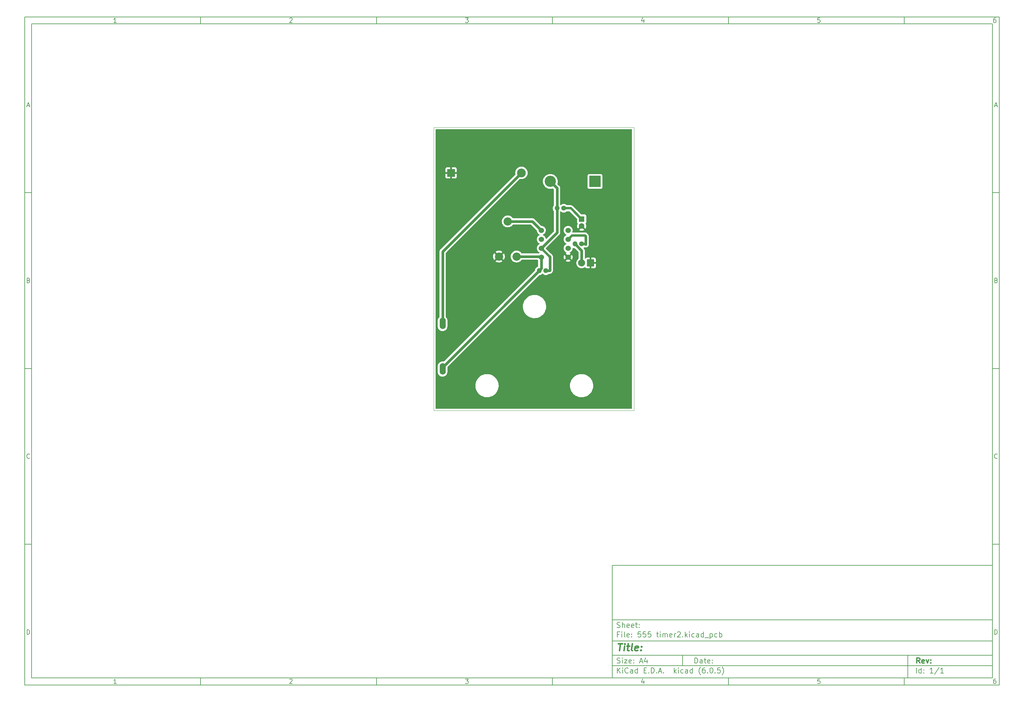
<source format=gtl>
%TF.GenerationSoftware,KiCad,Pcbnew,(6.0.5)*%
%TF.CreationDate,2022-07-10T15:06:13+05:30*%
%TF.ProjectId,555 timer2,35353520-7469-46d6-9572-322e6b696361,rev?*%
%TF.SameCoordinates,Original*%
%TF.FileFunction,Copper,L1,Top*%
%TF.FilePolarity,Positive*%
%FSLAX46Y46*%
G04 Gerber Fmt 4.6, Leading zero omitted, Abs format (unit mm)*
G04 Created by KiCad (PCBNEW (6.0.5)) date 2022-07-10 15:06:13*
%MOMM*%
%LPD*%
G01*
G04 APERTURE LIST*
%ADD10C,0.100000*%
%ADD11C,0.150000*%
%ADD12C,0.300000*%
%ADD13C,0.400000*%
%TA.AperFunction,Profile*%
%ADD14C,0.100000*%
%TD*%
%TA.AperFunction,NonConductor*%
%ADD15C,0.025400*%
%TD*%
%TA.AperFunction,ComponentPad*%
%ADD16C,1.400000*%
%TD*%
%TA.AperFunction,ComponentPad*%
%ADD17O,1.400000X1.400000*%
%TD*%
%TA.AperFunction,ComponentPad*%
%ADD18C,2.340000*%
%TD*%
%TA.AperFunction,ComponentPad*%
%ADD19O,1.750000X3.300000*%
%TD*%
%TA.AperFunction,ComponentPad*%
%ADD20C,1.524000*%
%TD*%
%TA.AperFunction,ComponentPad*%
%ADD21R,1.600000X1.600000*%
%TD*%
%TA.AperFunction,ComponentPad*%
%ADD22C,1.600000*%
%TD*%
%TA.AperFunction,ComponentPad*%
%ADD23C,2.500000*%
%TD*%
%TA.AperFunction,ComponentPad*%
%ADD24R,2.170000X2.170000*%
%TD*%
%TA.AperFunction,ComponentPad*%
%ADD25R,3.200000X3.200000*%
%TD*%
%TA.AperFunction,ComponentPad*%
%ADD26O,3.200000X3.200000*%
%TD*%
%TA.AperFunction,ComponentPad*%
%ADD27R,2.000000X2.000000*%
%TD*%
%TA.AperFunction,ComponentPad*%
%ADD28C,2.000000*%
%TD*%
%TA.AperFunction,Conductor*%
%ADD29C,0.762000*%
%TD*%
%TA.AperFunction,Conductor*%
%ADD30C,0.254000*%
%TD*%
%TA.AperFunction,Conductor*%
%ADD31C,0.685800*%
%TD*%
G04 APERTURE END LIST*
D10*
D11*
X177002200Y-166007200D02*
X177002200Y-198007200D01*
X285002200Y-198007200D01*
X285002200Y-166007200D01*
X177002200Y-166007200D01*
D10*
D11*
X10000000Y-10000000D02*
X10000000Y-200007200D01*
X287002200Y-200007200D01*
X287002200Y-10000000D01*
X10000000Y-10000000D01*
D10*
D11*
X12000000Y-12000000D02*
X12000000Y-198007200D01*
X285002200Y-198007200D01*
X285002200Y-12000000D01*
X12000000Y-12000000D01*
D10*
D11*
X60000000Y-12000000D02*
X60000000Y-10000000D01*
D10*
D11*
X110000000Y-12000000D02*
X110000000Y-10000000D01*
D10*
D11*
X160000000Y-12000000D02*
X160000000Y-10000000D01*
D10*
D11*
X210000000Y-12000000D02*
X210000000Y-10000000D01*
D10*
D11*
X260000000Y-12000000D02*
X260000000Y-10000000D01*
D10*
D11*
X36065476Y-11588095D02*
X35322619Y-11588095D01*
X35694047Y-11588095D02*
X35694047Y-10288095D01*
X35570238Y-10473809D01*
X35446428Y-10597619D01*
X35322619Y-10659523D01*
D10*
D11*
X85322619Y-10411904D02*
X85384523Y-10350000D01*
X85508333Y-10288095D01*
X85817857Y-10288095D01*
X85941666Y-10350000D01*
X86003571Y-10411904D01*
X86065476Y-10535714D01*
X86065476Y-10659523D01*
X86003571Y-10845238D01*
X85260714Y-11588095D01*
X86065476Y-11588095D01*
D10*
D11*
X135260714Y-10288095D02*
X136065476Y-10288095D01*
X135632142Y-10783333D01*
X135817857Y-10783333D01*
X135941666Y-10845238D01*
X136003571Y-10907142D01*
X136065476Y-11030952D01*
X136065476Y-11340476D01*
X136003571Y-11464285D01*
X135941666Y-11526190D01*
X135817857Y-11588095D01*
X135446428Y-11588095D01*
X135322619Y-11526190D01*
X135260714Y-11464285D01*
D10*
D11*
X185941666Y-10721428D02*
X185941666Y-11588095D01*
X185632142Y-10226190D02*
X185322619Y-11154761D01*
X186127380Y-11154761D01*
D10*
D11*
X236003571Y-10288095D02*
X235384523Y-10288095D01*
X235322619Y-10907142D01*
X235384523Y-10845238D01*
X235508333Y-10783333D01*
X235817857Y-10783333D01*
X235941666Y-10845238D01*
X236003571Y-10907142D01*
X236065476Y-11030952D01*
X236065476Y-11340476D01*
X236003571Y-11464285D01*
X235941666Y-11526190D01*
X235817857Y-11588095D01*
X235508333Y-11588095D01*
X235384523Y-11526190D01*
X235322619Y-11464285D01*
D10*
D11*
X285941666Y-10288095D02*
X285694047Y-10288095D01*
X285570238Y-10350000D01*
X285508333Y-10411904D01*
X285384523Y-10597619D01*
X285322619Y-10845238D01*
X285322619Y-11340476D01*
X285384523Y-11464285D01*
X285446428Y-11526190D01*
X285570238Y-11588095D01*
X285817857Y-11588095D01*
X285941666Y-11526190D01*
X286003571Y-11464285D01*
X286065476Y-11340476D01*
X286065476Y-11030952D01*
X286003571Y-10907142D01*
X285941666Y-10845238D01*
X285817857Y-10783333D01*
X285570238Y-10783333D01*
X285446428Y-10845238D01*
X285384523Y-10907142D01*
X285322619Y-11030952D01*
D10*
D11*
X60000000Y-198007200D02*
X60000000Y-200007200D01*
D10*
D11*
X110000000Y-198007200D02*
X110000000Y-200007200D01*
D10*
D11*
X160000000Y-198007200D02*
X160000000Y-200007200D01*
D10*
D11*
X210000000Y-198007200D02*
X210000000Y-200007200D01*
D10*
D11*
X260000000Y-198007200D02*
X260000000Y-200007200D01*
D10*
D11*
X36065476Y-199595295D02*
X35322619Y-199595295D01*
X35694047Y-199595295D02*
X35694047Y-198295295D01*
X35570238Y-198481009D01*
X35446428Y-198604819D01*
X35322619Y-198666723D01*
D10*
D11*
X85322619Y-198419104D02*
X85384523Y-198357200D01*
X85508333Y-198295295D01*
X85817857Y-198295295D01*
X85941666Y-198357200D01*
X86003571Y-198419104D01*
X86065476Y-198542914D01*
X86065476Y-198666723D01*
X86003571Y-198852438D01*
X85260714Y-199595295D01*
X86065476Y-199595295D01*
D10*
D11*
X135260714Y-198295295D02*
X136065476Y-198295295D01*
X135632142Y-198790533D01*
X135817857Y-198790533D01*
X135941666Y-198852438D01*
X136003571Y-198914342D01*
X136065476Y-199038152D01*
X136065476Y-199347676D01*
X136003571Y-199471485D01*
X135941666Y-199533390D01*
X135817857Y-199595295D01*
X135446428Y-199595295D01*
X135322619Y-199533390D01*
X135260714Y-199471485D01*
D10*
D11*
X185941666Y-198728628D02*
X185941666Y-199595295D01*
X185632142Y-198233390D02*
X185322619Y-199161961D01*
X186127380Y-199161961D01*
D10*
D11*
X236003571Y-198295295D02*
X235384523Y-198295295D01*
X235322619Y-198914342D01*
X235384523Y-198852438D01*
X235508333Y-198790533D01*
X235817857Y-198790533D01*
X235941666Y-198852438D01*
X236003571Y-198914342D01*
X236065476Y-199038152D01*
X236065476Y-199347676D01*
X236003571Y-199471485D01*
X235941666Y-199533390D01*
X235817857Y-199595295D01*
X235508333Y-199595295D01*
X235384523Y-199533390D01*
X235322619Y-199471485D01*
D10*
D11*
X285941666Y-198295295D02*
X285694047Y-198295295D01*
X285570238Y-198357200D01*
X285508333Y-198419104D01*
X285384523Y-198604819D01*
X285322619Y-198852438D01*
X285322619Y-199347676D01*
X285384523Y-199471485D01*
X285446428Y-199533390D01*
X285570238Y-199595295D01*
X285817857Y-199595295D01*
X285941666Y-199533390D01*
X286003571Y-199471485D01*
X286065476Y-199347676D01*
X286065476Y-199038152D01*
X286003571Y-198914342D01*
X285941666Y-198852438D01*
X285817857Y-198790533D01*
X285570238Y-198790533D01*
X285446428Y-198852438D01*
X285384523Y-198914342D01*
X285322619Y-199038152D01*
D10*
D11*
X10000000Y-60000000D02*
X12000000Y-60000000D01*
D10*
D11*
X10000000Y-110000000D02*
X12000000Y-110000000D01*
D10*
D11*
X10000000Y-160000000D02*
X12000000Y-160000000D01*
D10*
D11*
X10690476Y-35216666D02*
X11309523Y-35216666D01*
X10566666Y-35588095D02*
X11000000Y-34288095D01*
X11433333Y-35588095D01*
D10*
D11*
X11092857Y-84907142D02*
X11278571Y-84969047D01*
X11340476Y-85030952D01*
X11402380Y-85154761D01*
X11402380Y-85340476D01*
X11340476Y-85464285D01*
X11278571Y-85526190D01*
X11154761Y-85588095D01*
X10659523Y-85588095D01*
X10659523Y-84288095D01*
X11092857Y-84288095D01*
X11216666Y-84350000D01*
X11278571Y-84411904D01*
X11340476Y-84535714D01*
X11340476Y-84659523D01*
X11278571Y-84783333D01*
X11216666Y-84845238D01*
X11092857Y-84907142D01*
X10659523Y-84907142D01*
D10*
D11*
X11402380Y-135464285D02*
X11340476Y-135526190D01*
X11154761Y-135588095D01*
X11030952Y-135588095D01*
X10845238Y-135526190D01*
X10721428Y-135402380D01*
X10659523Y-135278571D01*
X10597619Y-135030952D01*
X10597619Y-134845238D01*
X10659523Y-134597619D01*
X10721428Y-134473809D01*
X10845238Y-134350000D01*
X11030952Y-134288095D01*
X11154761Y-134288095D01*
X11340476Y-134350000D01*
X11402380Y-134411904D01*
D10*
D11*
X10659523Y-185588095D02*
X10659523Y-184288095D01*
X10969047Y-184288095D01*
X11154761Y-184350000D01*
X11278571Y-184473809D01*
X11340476Y-184597619D01*
X11402380Y-184845238D01*
X11402380Y-185030952D01*
X11340476Y-185278571D01*
X11278571Y-185402380D01*
X11154761Y-185526190D01*
X10969047Y-185588095D01*
X10659523Y-185588095D01*
D10*
D11*
X287002200Y-60000000D02*
X285002200Y-60000000D01*
D10*
D11*
X287002200Y-110000000D02*
X285002200Y-110000000D01*
D10*
D11*
X287002200Y-160000000D02*
X285002200Y-160000000D01*
D10*
D11*
X285692676Y-35216666D02*
X286311723Y-35216666D01*
X285568866Y-35588095D02*
X286002200Y-34288095D01*
X286435533Y-35588095D01*
D10*
D11*
X286095057Y-84907142D02*
X286280771Y-84969047D01*
X286342676Y-85030952D01*
X286404580Y-85154761D01*
X286404580Y-85340476D01*
X286342676Y-85464285D01*
X286280771Y-85526190D01*
X286156961Y-85588095D01*
X285661723Y-85588095D01*
X285661723Y-84288095D01*
X286095057Y-84288095D01*
X286218866Y-84350000D01*
X286280771Y-84411904D01*
X286342676Y-84535714D01*
X286342676Y-84659523D01*
X286280771Y-84783333D01*
X286218866Y-84845238D01*
X286095057Y-84907142D01*
X285661723Y-84907142D01*
D10*
D11*
X286404580Y-135464285D02*
X286342676Y-135526190D01*
X286156961Y-135588095D01*
X286033152Y-135588095D01*
X285847438Y-135526190D01*
X285723628Y-135402380D01*
X285661723Y-135278571D01*
X285599819Y-135030952D01*
X285599819Y-134845238D01*
X285661723Y-134597619D01*
X285723628Y-134473809D01*
X285847438Y-134350000D01*
X286033152Y-134288095D01*
X286156961Y-134288095D01*
X286342676Y-134350000D01*
X286404580Y-134411904D01*
D10*
D11*
X285661723Y-185588095D02*
X285661723Y-184288095D01*
X285971247Y-184288095D01*
X286156961Y-184350000D01*
X286280771Y-184473809D01*
X286342676Y-184597619D01*
X286404580Y-184845238D01*
X286404580Y-185030952D01*
X286342676Y-185278571D01*
X286280771Y-185402380D01*
X286156961Y-185526190D01*
X285971247Y-185588095D01*
X285661723Y-185588095D01*
D10*
D11*
X200434342Y-193785771D02*
X200434342Y-192285771D01*
X200791485Y-192285771D01*
X201005771Y-192357200D01*
X201148628Y-192500057D01*
X201220057Y-192642914D01*
X201291485Y-192928628D01*
X201291485Y-193142914D01*
X201220057Y-193428628D01*
X201148628Y-193571485D01*
X201005771Y-193714342D01*
X200791485Y-193785771D01*
X200434342Y-193785771D01*
X202577200Y-193785771D02*
X202577200Y-193000057D01*
X202505771Y-192857200D01*
X202362914Y-192785771D01*
X202077200Y-192785771D01*
X201934342Y-192857200D01*
X202577200Y-193714342D02*
X202434342Y-193785771D01*
X202077200Y-193785771D01*
X201934342Y-193714342D01*
X201862914Y-193571485D01*
X201862914Y-193428628D01*
X201934342Y-193285771D01*
X202077200Y-193214342D01*
X202434342Y-193214342D01*
X202577200Y-193142914D01*
X203077200Y-192785771D02*
X203648628Y-192785771D01*
X203291485Y-192285771D02*
X203291485Y-193571485D01*
X203362914Y-193714342D01*
X203505771Y-193785771D01*
X203648628Y-193785771D01*
X204720057Y-193714342D02*
X204577200Y-193785771D01*
X204291485Y-193785771D01*
X204148628Y-193714342D01*
X204077200Y-193571485D01*
X204077200Y-193000057D01*
X204148628Y-192857200D01*
X204291485Y-192785771D01*
X204577200Y-192785771D01*
X204720057Y-192857200D01*
X204791485Y-193000057D01*
X204791485Y-193142914D01*
X204077200Y-193285771D01*
X205434342Y-193642914D02*
X205505771Y-193714342D01*
X205434342Y-193785771D01*
X205362914Y-193714342D01*
X205434342Y-193642914D01*
X205434342Y-193785771D01*
X205434342Y-192857200D02*
X205505771Y-192928628D01*
X205434342Y-193000057D01*
X205362914Y-192928628D01*
X205434342Y-192857200D01*
X205434342Y-193000057D01*
D10*
D11*
X177002200Y-194507200D02*
X285002200Y-194507200D01*
D10*
D11*
X178434342Y-196585771D02*
X178434342Y-195085771D01*
X179291485Y-196585771D02*
X178648628Y-195728628D01*
X179291485Y-195085771D02*
X178434342Y-195942914D01*
X179934342Y-196585771D02*
X179934342Y-195585771D01*
X179934342Y-195085771D02*
X179862914Y-195157200D01*
X179934342Y-195228628D01*
X180005771Y-195157200D01*
X179934342Y-195085771D01*
X179934342Y-195228628D01*
X181505771Y-196442914D02*
X181434342Y-196514342D01*
X181220057Y-196585771D01*
X181077200Y-196585771D01*
X180862914Y-196514342D01*
X180720057Y-196371485D01*
X180648628Y-196228628D01*
X180577200Y-195942914D01*
X180577200Y-195728628D01*
X180648628Y-195442914D01*
X180720057Y-195300057D01*
X180862914Y-195157200D01*
X181077200Y-195085771D01*
X181220057Y-195085771D01*
X181434342Y-195157200D01*
X181505771Y-195228628D01*
X182791485Y-196585771D02*
X182791485Y-195800057D01*
X182720057Y-195657200D01*
X182577200Y-195585771D01*
X182291485Y-195585771D01*
X182148628Y-195657200D01*
X182791485Y-196514342D02*
X182648628Y-196585771D01*
X182291485Y-196585771D01*
X182148628Y-196514342D01*
X182077200Y-196371485D01*
X182077200Y-196228628D01*
X182148628Y-196085771D01*
X182291485Y-196014342D01*
X182648628Y-196014342D01*
X182791485Y-195942914D01*
X184148628Y-196585771D02*
X184148628Y-195085771D01*
X184148628Y-196514342D02*
X184005771Y-196585771D01*
X183720057Y-196585771D01*
X183577200Y-196514342D01*
X183505771Y-196442914D01*
X183434342Y-196300057D01*
X183434342Y-195871485D01*
X183505771Y-195728628D01*
X183577200Y-195657200D01*
X183720057Y-195585771D01*
X184005771Y-195585771D01*
X184148628Y-195657200D01*
X186005771Y-195800057D02*
X186505771Y-195800057D01*
X186720057Y-196585771D02*
X186005771Y-196585771D01*
X186005771Y-195085771D01*
X186720057Y-195085771D01*
X187362914Y-196442914D02*
X187434342Y-196514342D01*
X187362914Y-196585771D01*
X187291485Y-196514342D01*
X187362914Y-196442914D01*
X187362914Y-196585771D01*
X188077200Y-196585771D02*
X188077200Y-195085771D01*
X188434342Y-195085771D01*
X188648628Y-195157200D01*
X188791485Y-195300057D01*
X188862914Y-195442914D01*
X188934342Y-195728628D01*
X188934342Y-195942914D01*
X188862914Y-196228628D01*
X188791485Y-196371485D01*
X188648628Y-196514342D01*
X188434342Y-196585771D01*
X188077200Y-196585771D01*
X189577200Y-196442914D02*
X189648628Y-196514342D01*
X189577200Y-196585771D01*
X189505771Y-196514342D01*
X189577200Y-196442914D01*
X189577200Y-196585771D01*
X190220057Y-196157200D02*
X190934342Y-196157200D01*
X190077200Y-196585771D02*
X190577200Y-195085771D01*
X191077200Y-196585771D01*
X191577200Y-196442914D02*
X191648628Y-196514342D01*
X191577200Y-196585771D01*
X191505771Y-196514342D01*
X191577200Y-196442914D01*
X191577200Y-196585771D01*
X194577200Y-196585771D02*
X194577200Y-195085771D01*
X194720057Y-196014342D02*
X195148628Y-196585771D01*
X195148628Y-195585771D02*
X194577200Y-196157200D01*
X195791485Y-196585771D02*
X195791485Y-195585771D01*
X195791485Y-195085771D02*
X195720057Y-195157200D01*
X195791485Y-195228628D01*
X195862914Y-195157200D01*
X195791485Y-195085771D01*
X195791485Y-195228628D01*
X197148628Y-196514342D02*
X197005771Y-196585771D01*
X196720057Y-196585771D01*
X196577200Y-196514342D01*
X196505771Y-196442914D01*
X196434342Y-196300057D01*
X196434342Y-195871485D01*
X196505771Y-195728628D01*
X196577200Y-195657200D01*
X196720057Y-195585771D01*
X197005771Y-195585771D01*
X197148628Y-195657200D01*
X198434342Y-196585771D02*
X198434342Y-195800057D01*
X198362914Y-195657200D01*
X198220057Y-195585771D01*
X197934342Y-195585771D01*
X197791485Y-195657200D01*
X198434342Y-196514342D02*
X198291485Y-196585771D01*
X197934342Y-196585771D01*
X197791485Y-196514342D01*
X197720057Y-196371485D01*
X197720057Y-196228628D01*
X197791485Y-196085771D01*
X197934342Y-196014342D01*
X198291485Y-196014342D01*
X198434342Y-195942914D01*
X199791485Y-196585771D02*
X199791485Y-195085771D01*
X199791485Y-196514342D02*
X199648628Y-196585771D01*
X199362914Y-196585771D01*
X199220057Y-196514342D01*
X199148628Y-196442914D01*
X199077200Y-196300057D01*
X199077200Y-195871485D01*
X199148628Y-195728628D01*
X199220057Y-195657200D01*
X199362914Y-195585771D01*
X199648628Y-195585771D01*
X199791485Y-195657200D01*
X202077200Y-197157200D02*
X202005771Y-197085771D01*
X201862914Y-196871485D01*
X201791485Y-196728628D01*
X201720057Y-196514342D01*
X201648628Y-196157200D01*
X201648628Y-195871485D01*
X201720057Y-195514342D01*
X201791485Y-195300057D01*
X201862914Y-195157200D01*
X202005771Y-194942914D01*
X202077200Y-194871485D01*
X203291485Y-195085771D02*
X203005771Y-195085771D01*
X202862914Y-195157200D01*
X202791485Y-195228628D01*
X202648628Y-195442914D01*
X202577200Y-195728628D01*
X202577200Y-196300057D01*
X202648628Y-196442914D01*
X202720057Y-196514342D01*
X202862914Y-196585771D01*
X203148628Y-196585771D01*
X203291485Y-196514342D01*
X203362914Y-196442914D01*
X203434342Y-196300057D01*
X203434342Y-195942914D01*
X203362914Y-195800057D01*
X203291485Y-195728628D01*
X203148628Y-195657200D01*
X202862914Y-195657200D01*
X202720057Y-195728628D01*
X202648628Y-195800057D01*
X202577200Y-195942914D01*
X204077200Y-196442914D02*
X204148628Y-196514342D01*
X204077200Y-196585771D01*
X204005771Y-196514342D01*
X204077200Y-196442914D01*
X204077200Y-196585771D01*
X205077200Y-195085771D02*
X205220057Y-195085771D01*
X205362914Y-195157200D01*
X205434342Y-195228628D01*
X205505771Y-195371485D01*
X205577200Y-195657200D01*
X205577200Y-196014342D01*
X205505771Y-196300057D01*
X205434342Y-196442914D01*
X205362914Y-196514342D01*
X205220057Y-196585771D01*
X205077200Y-196585771D01*
X204934342Y-196514342D01*
X204862914Y-196442914D01*
X204791485Y-196300057D01*
X204720057Y-196014342D01*
X204720057Y-195657200D01*
X204791485Y-195371485D01*
X204862914Y-195228628D01*
X204934342Y-195157200D01*
X205077200Y-195085771D01*
X206220057Y-196442914D02*
X206291485Y-196514342D01*
X206220057Y-196585771D01*
X206148628Y-196514342D01*
X206220057Y-196442914D01*
X206220057Y-196585771D01*
X207648628Y-195085771D02*
X206934342Y-195085771D01*
X206862914Y-195800057D01*
X206934342Y-195728628D01*
X207077200Y-195657200D01*
X207434342Y-195657200D01*
X207577200Y-195728628D01*
X207648628Y-195800057D01*
X207720057Y-195942914D01*
X207720057Y-196300057D01*
X207648628Y-196442914D01*
X207577200Y-196514342D01*
X207434342Y-196585771D01*
X207077200Y-196585771D01*
X206934342Y-196514342D01*
X206862914Y-196442914D01*
X208220057Y-197157200D02*
X208291485Y-197085771D01*
X208434342Y-196871485D01*
X208505771Y-196728628D01*
X208577200Y-196514342D01*
X208648628Y-196157200D01*
X208648628Y-195871485D01*
X208577200Y-195514342D01*
X208505771Y-195300057D01*
X208434342Y-195157200D01*
X208291485Y-194942914D01*
X208220057Y-194871485D01*
D10*
D11*
X177002200Y-191507200D02*
X285002200Y-191507200D01*
D10*
D12*
X264411485Y-193785771D02*
X263911485Y-193071485D01*
X263554342Y-193785771D02*
X263554342Y-192285771D01*
X264125771Y-192285771D01*
X264268628Y-192357200D01*
X264340057Y-192428628D01*
X264411485Y-192571485D01*
X264411485Y-192785771D01*
X264340057Y-192928628D01*
X264268628Y-193000057D01*
X264125771Y-193071485D01*
X263554342Y-193071485D01*
X265625771Y-193714342D02*
X265482914Y-193785771D01*
X265197200Y-193785771D01*
X265054342Y-193714342D01*
X264982914Y-193571485D01*
X264982914Y-193000057D01*
X265054342Y-192857200D01*
X265197200Y-192785771D01*
X265482914Y-192785771D01*
X265625771Y-192857200D01*
X265697200Y-193000057D01*
X265697200Y-193142914D01*
X264982914Y-193285771D01*
X266197200Y-192785771D02*
X266554342Y-193785771D01*
X266911485Y-192785771D01*
X267482914Y-193642914D02*
X267554342Y-193714342D01*
X267482914Y-193785771D01*
X267411485Y-193714342D01*
X267482914Y-193642914D01*
X267482914Y-193785771D01*
X267482914Y-192857200D02*
X267554342Y-192928628D01*
X267482914Y-193000057D01*
X267411485Y-192928628D01*
X267482914Y-192857200D01*
X267482914Y-193000057D01*
D10*
D11*
X178362914Y-193714342D02*
X178577200Y-193785771D01*
X178934342Y-193785771D01*
X179077200Y-193714342D01*
X179148628Y-193642914D01*
X179220057Y-193500057D01*
X179220057Y-193357200D01*
X179148628Y-193214342D01*
X179077200Y-193142914D01*
X178934342Y-193071485D01*
X178648628Y-193000057D01*
X178505771Y-192928628D01*
X178434342Y-192857200D01*
X178362914Y-192714342D01*
X178362914Y-192571485D01*
X178434342Y-192428628D01*
X178505771Y-192357200D01*
X178648628Y-192285771D01*
X179005771Y-192285771D01*
X179220057Y-192357200D01*
X179862914Y-193785771D02*
X179862914Y-192785771D01*
X179862914Y-192285771D02*
X179791485Y-192357200D01*
X179862914Y-192428628D01*
X179934342Y-192357200D01*
X179862914Y-192285771D01*
X179862914Y-192428628D01*
X180434342Y-192785771D02*
X181220057Y-192785771D01*
X180434342Y-193785771D01*
X181220057Y-193785771D01*
X182362914Y-193714342D02*
X182220057Y-193785771D01*
X181934342Y-193785771D01*
X181791485Y-193714342D01*
X181720057Y-193571485D01*
X181720057Y-193000057D01*
X181791485Y-192857200D01*
X181934342Y-192785771D01*
X182220057Y-192785771D01*
X182362914Y-192857200D01*
X182434342Y-193000057D01*
X182434342Y-193142914D01*
X181720057Y-193285771D01*
X183077200Y-193642914D02*
X183148628Y-193714342D01*
X183077200Y-193785771D01*
X183005771Y-193714342D01*
X183077200Y-193642914D01*
X183077200Y-193785771D01*
X183077200Y-192857200D02*
X183148628Y-192928628D01*
X183077200Y-193000057D01*
X183005771Y-192928628D01*
X183077200Y-192857200D01*
X183077200Y-193000057D01*
X184862914Y-193357200D02*
X185577200Y-193357200D01*
X184720057Y-193785771D02*
X185220057Y-192285771D01*
X185720057Y-193785771D01*
X186862914Y-192785771D02*
X186862914Y-193785771D01*
X186505771Y-192214342D02*
X186148628Y-193285771D01*
X187077200Y-193285771D01*
D10*
D11*
X263434342Y-196585771D02*
X263434342Y-195085771D01*
X264791485Y-196585771D02*
X264791485Y-195085771D01*
X264791485Y-196514342D02*
X264648628Y-196585771D01*
X264362914Y-196585771D01*
X264220057Y-196514342D01*
X264148628Y-196442914D01*
X264077200Y-196300057D01*
X264077200Y-195871485D01*
X264148628Y-195728628D01*
X264220057Y-195657200D01*
X264362914Y-195585771D01*
X264648628Y-195585771D01*
X264791485Y-195657200D01*
X265505771Y-196442914D02*
X265577200Y-196514342D01*
X265505771Y-196585771D01*
X265434342Y-196514342D01*
X265505771Y-196442914D01*
X265505771Y-196585771D01*
X265505771Y-195657200D02*
X265577200Y-195728628D01*
X265505771Y-195800057D01*
X265434342Y-195728628D01*
X265505771Y-195657200D01*
X265505771Y-195800057D01*
X268148628Y-196585771D02*
X267291485Y-196585771D01*
X267720057Y-196585771D02*
X267720057Y-195085771D01*
X267577200Y-195300057D01*
X267434342Y-195442914D01*
X267291485Y-195514342D01*
X269862914Y-195014342D02*
X268577200Y-196942914D01*
X271148628Y-196585771D02*
X270291485Y-196585771D01*
X270720057Y-196585771D02*
X270720057Y-195085771D01*
X270577200Y-195300057D01*
X270434342Y-195442914D01*
X270291485Y-195514342D01*
D10*
D11*
X177002200Y-187507200D02*
X285002200Y-187507200D01*
D10*
D13*
X178714580Y-188211961D02*
X179857438Y-188211961D01*
X179036009Y-190211961D02*
X179286009Y-188211961D01*
X180274104Y-190211961D02*
X180440771Y-188878628D01*
X180524104Y-188211961D02*
X180416961Y-188307200D01*
X180500295Y-188402438D01*
X180607438Y-188307200D01*
X180524104Y-188211961D01*
X180500295Y-188402438D01*
X181107438Y-188878628D02*
X181869342Y-188878628D01*
X181476485Y-188211961D02*
X181262200Y-189926247D01*
X181333628Y-190116723D01*
X181512200Y-190211961D01*
X181702676Y-190211961D01*
X182655057Y-190211961D02*
X182476485Y-190116723D01*
X182405057Y-189926247D01*
X182619342Y-188211961D01*
X184190771Y-190116723D02*
X183988390Y-190211961D01*
X183607438Y-190211961D01*
X183428866Y-190116723D01*
X183357438Y-189926247D01*
X183452676Y-189164342D01*
X183571723Y-188973866D01*
X183774104Y-188878628D01*
X184155057Y-188878628D01*
X184333628Y-188973866D01*
X184405057Y-189164342D01*
X184381247Y-189354819D01*
X183405057Y-189545295D01*
X185155057Y-190021485D02*
X185238390Y-190116723D01*
X185131247Y-190211961D01*
X185047914Y-190116723D01*
X185155057Y-190021485D01*
X185131247Y-190211961D01*
X185286009Y-188973866D02*
X185369342Y-189069104D01*
X185262200Y-189164342D01*
X185178866Y-189069104D01*
X185286009Y-188973866D01*
X185262200Y-189164342D01*
D10*
D11*
X178934342Y-185600057D02*
X178434342Y-185600057D01*
X178434342Y-186385771D02*
X178434342Y-184885771D01*
X179148628Y-184885771D01*
X179720057Y-186385771D02*
X179720057Y-185385771D01*
X179720057Y-184885771D02*
X179648628Y-184957200D01*
X179720057Y-185028628D01*
X179791485Y-184957200D01*
X179720057Y-184885771D01*
X179720057Y-185028628D01*
X180648628Y-186385771D02*
X180505771Y-186314342D01*
X180434342Y-186171485D01*
X180434342Y-184885771D01*
X181791485Y-186314342D02*
X181648628Y-186385771D01*
X181362914Y-186385771D01*
X181220057Y-186314342D01*
X181148628Y-186171485D01*
X181148628Y-185600057D01*
X181220057Y-185457200D01*
X181362914Y-185385771D01*
X181648628Y-185385771D01*
X181791485Y-185457200D01*
X181862914Y-185600057D01*
X181862914Y-185742914D01*
X181148628Y-185885771D01*
X182505771Y-186242914D02*
X182577200Y-186314342D01*
X182505771Y-186385771D01*
X182434342Y-186314342D01*
X182505771Y-186242914D01*
X182505771Y-186385771D01*
X182505771Y-185457200D02*
X182577200Y-185528628D01*
X182505771Y-185600057D01*
X182434342Y-185528628D01*
X182505771Y-185457200D01*
X182505771Y-185600057D01*
X185077200Y-184885771D02*
X184362914Y-184885771D01*
X184291485Y-185600057D01*
X184362914Y-185528628D01*
X184505771Y-185457200D01*
X184862914Y-185457200D01*
X185005771Y-185528628D01*
X185077200Y-185600057D01*
X185148628Y-185742914D01*
X185148628Y-186100057D01*
X185077200Y-186242914D01*
X185005771Y-186314342D01*
X184862914Y-186385771D01*
X184505771Y-186385771D01*
X184362914Y-186314342D01*
X184291485Y-186242914D01*
X186505771Y-184885771D02*
X185791485Y-184885771D01*
X185720057Y-185600057D01*
X185791485Y-185528628D01*
X185934342Y-185457200D01*
X186291485Y-185457200D01*
X186434342Y-185528628D01*
X186505771Y-185600057D01*
X186577200Y-185742914D01*
X186577200Y-186100057D01*
X186505771Y-186242914D01*
X186434342Y-186314342D01*
X186291485Y-186385771D01*
X185934342Y-186385771D01*
X185791485Y-186314342D01*
X185720057Y-186242914D01*
X187934342Y-184885771D02*
X187220057Y-184885771D01*
X187148628Y-185600057D01*
X187220057Y-185528628D01*
X187362914Y-185457200D01*
X187720057Y-185457200D01*
X187862914Y-185528628D01*
X187934342Y-185600057D01*
X188005771Y-185742914D01*
X188005771Y-186100057D01*
X187934342Y-186242914D01*
X187862914Y-186314342D01*
X187720057Y-186385771D01*
X187362914Y-186385771D01*
X187220057Y-186314342D01*
X187148628Y-186242914D01*
X189577200Y-185385771D02*
X190148628Y-185385771D01*
X189791485Y-184885771D02*
X189791485Y-186171485D01*
X189862914Y-186314342D01*
X190005771Y-186385771D01*
X190148628Y-186385771D01*
X190648628Y-186385771D02*
X190648628Y-185385771D01*
X190648628Y-184885771D02*
X190577200Y-184957200D01*
X190648628Y-185028628D01*
X190720057Y-184957200D01*
X190648628Y-184885771D01*
X190648628Y-185028628D01*
X191362914Y-186385771D02*
X191362914Y-185385771D01*
X191362914Y-185528628D02*
X191434342Y-185457200D01*
X191577200Y-185385771D01*
X191791485Y-185385771D01*
X191934342Y-185457200D01*
X192005771Y-185600057D01*
X192005771Y-186385771D01*
X192005771Y-185600057D02*
X192077200Y-185457200D01*
X192220057Y-185385771D01*
X192434342Y-185385771D01*
X192577200Y-185457200D01*
X192648628Y-185600057D01*
X192648628Y-186385771D01*
X193934342Y-186314342D02*
X193791485Y-186385771D01*
X193505771Y-186385771D01*
X193362914Y-186314342D01*
X193291485Y-186171485D01*
X193291485Y-185600057D01*
X193362914Y-185457200D01*
X193505771Y-185385771D01*
X193791485Y-185385771D01*
X193934342Y-185457200D01*
X194005771Y-185600057D01*
X194005771Y-185742914D01*
X193291485Y-185885771D01*
X194648628Y-186385771D02*
X194648628Y-185385771D01*
X194648628Y-185671485D02*
X194720057Y-185528628D01*
X194791485Y-185457200D01*
X194934342Y-185385771D01*
X195077200Y-185385771D01*
X195505771Y-185028628D02*
X195577200Y-184957200D01*
X195720057Y-184885771D01*
X196077200Y-184885771D01*
X196220057Y-184957200D01*
X196291485Y-185028628D01*
X196362914Y-185171485D01*
X196362914Y-185314342D01*
X196291485Y-185528628D01*
X195434342Y-186385771D01*
X196362914Y-186385771D01*
X197005771Y-186242914D02*
X197077200Y-186314342D01*
X197005771Y-186385771D01*
X196934342Y-186314342D01*
X197005771Y-186242914D01*
X197005771Y-186385771D01*
X197720057Y-186385771D02*
X197720057Y-184885771D01*
X197862914Y-185814342D02*
X198291485Y-186385771D01*
X198291485Y-185385771D02*
X197720057Y-185957200D01*
X198934342Y-186385771D02*
X198934342Y-185385771D01*
X198934342Y-184885771D02*
X198862914Y-184957200D01*
X198934342Y-185028628D01*
X199005771Y-184957200D01*
X198934342Y-184885771D01*
X198934342Y-185028628D01*
X200291485Y-186314342D02*
X200148628Y-186385771D01*
X199862914Y-186385771D01*
X199720057Y-186314342D01*
X199648628Y-186242914D01*
X199577200Y-186100057D01*
X199577200Y-185671485D01*
X199648628Y-185528628D01*
X199720057Y-185457200D01*
X199862914Y-185385771D01*
X200148628Y-185385771D01*
X200291485Y-185457200D01*
X201577200Y-186385771D02*
X201577200Y-185600057D01*
X201505771Y-185457200D01*
X201362914Y-185385771D01*
X201077200Y-185385771D01*
X200934342Y-185457200D01*
X201577200Y-186314342D02*
X201434342Y-186385771D01*
X201077200Y-186385771D01*
X200934342Y-186314342D01*
X200862914Y-186171485D01*
X200862914Y-186028628D01*
X200934342Y-185885771D01*
X201077200Y-185814342D01*
X201434342Y-185814342D01*
X201577200Y-185742914D01*
X202934342Y-186385771D02*
X202934342Y-184885771D01*
X202934342Y-186314342D02*
X202791485Y-186385771D01*
X202505771Y-186385771D01*
X202362914Y-186314342D01*
X202291485Y-186242914D01*
X202220057Y-186100057D01*
X202220057Y-185671485D01*
X202291485Y-185528628D01*
X202362914Y-185457200D01*
X202505771Y-185385771D01*
X202791485Y-185385771D01*
X202934342Y-185457200D01*
X203291485Y-186528628D02*
X204434342Y-186528628D01*
X204791485Y-185385771D02*
X204791485Y-186885771D01*
X204791485Y-185457200D02*
X204934342Y-185385771D01*
X205220057Y-185385771D01*
X205362914Y-185457200D01*
X205434342Y-185528628D01*
X205505771Y-185671485D01*
X205505771Y-186100057D01*
X205434342Y-186242914D01*
X205362914Y-186314342D01*
X205220057Y-186385771D01*
X204934342Y-186385771D01*
X204791485Y-186314342D01*
X206791485Y-186314342D02*
X206648628Y-186385771D01*
X206362914Y-186385771D01*
X206220057Y-186314342D01*
X206148628Y-186242914D01*
X206077200Y-186100057D01*
X206077200Y-185671485D01*
X206148628Y-185528628D01*
X206220057Y-185457200D01*
X206362914Y-185385771D01*
X206648628Y-185385771D01*
X206791485Y-185457200D01*
X207434342Y-186385771D02*
X207434342Y-184885771D01*
X207434342Y-185457200D02*
X207577200Y-185385771D01*
X207862914Y-185385771D01*
X208005771Y-185457200D01*
X208077200Y-185528628D01*
X208148628Y-185671485D01*
X208148628Y-186100057D01*
X208077200Y-186242914D01*
X208005771Y-186314342D01*
X207862914Y-186385771D01*
X207577200Y-186385771D01*
X207434342Y-186314342D01*
D10*
D11*
X177002200Y-181507200D02*
X285002200Y-181507200D01*
D10*
D11*
X178362914Y-183614342D02*
X178577200Y-183685771D01*
X178934342Y-183685771D01*
X179077200Y-183614342D01*
X179148628Y-183542914D01*
X179220057Y-183400057D01*
X179220057Y-183257200D01*
X179148628Y-183114342D01*
X179077200Y-183042914D01*
X178934342Y-182971485D01*
X178648628Y-182900057D01*
X178505771Y-182828628D01*
X178434342Y-182757200D01*
X178362914Y-182614342D01*
X178362914Y-182471485D01*
X178434342Y-182328628D01*
X178505771Y-182257200D01*
X178648628Y-182185771D01*
X179005771Y-182185771D01*
X179220057Y-182257200D01*
X179862914Y-183685771D02*
X179862914Y-182185771D01*
X180505771Y-183685771D02*
X180505771Y-182900057D01*
X180434342Y-182757200D01*
X180291485Y-182685771D01*
X180077200Y-182685771D01*
X179934342Y-182757200D01*
X179862914Y-182828628D01*
X181791485Y-183614342D02*
X181648628Y-183685771D01*
X181362914Y-183685771D01*
X181220057Y-183614342D01*
X181148628Y-183471485D01*
X181148628Y-182900057D01*
X181220057Y-182757200D01*
X181362914Y-182685771D01*
X181648628Y-182685771D01*
X181791485Y-182757200D01*
X181862914Y-182900057D01*
X181862914Y-183042914D01*
X181148628Y-183185771D01*
X183077200Y-183614342D02*
X182934342Y-183685771D01*
X182648628Y-183685771D01*
X182505771Y-183614342D01*
X182434342Y-183471485D01*
X182434342Y-182900057D01*
X182505771Y-182757200D01*
X182648628Y-182685771D01*
X182934342Y-182685771D01*
X183077200Y-182757200D01*
X183148628Y-182900057D01*
X183148628Y-183042914D01*
X182434342Y-183185771D01*
X183577200Y-182685771D02*
X184148628Y-182685771D01*
X183791485Y-182185771D02*
X183791485Y-183471485D01*
X183862914Y-183614342D01*
X184005771Y-183685771D01*
X184148628Y-183685771D01*
X184648628Y-183542914D02*
X184720057Y-183614342D01*
X184648628Y-183685771D01*
X184577200Y-183614342D01*
X184648628Y-183542914D01*
X184648628Y-183685771D01*
X184648628Y-182757200D02*
X184720057Y-182828628D01*
X184648628Y-182900057D01*
X184577200Y-182828628D01*
X184648628Y-182757200D01*
X184648628Y-182900057D01*
D10*
D12*
D10*
D11*
D10*
D11*
D10*
D11*
D10*
D11*
D10*
D11*
X197002200Y-191507200D02*
X197002200Y-194507200D01*
D10*
D11*
X261002200Y-191507200D02*
X261002200Y-198007200D01*
D14*
X126238000Y-41402000D02*
X183134000Y-41402000D01*
X126238000Y-121920000D02*
X126238000Y-41402000D01*
X183134000Y-121920000D02*
X126238000Y-121920000D01*
X183134000Y-41402000D02*
X183134000Y-121920000D01*
D15*
X126238000Y-121920000D02*
X126238000Y-41402000D01*
X126238000Y-121920000D02*
X183134000Y-121920000D01*
X183134000Y-41402000D02*
X126238000Y-41402000D01*
X183134000Y-121920000D02*
X183134000Y-41402000D01*
D16*
%TO.P,R2,1*%
%TO.N,Net-(C1-Pad1)*%
X163200000Y-64415000D03*
D17*
%TO.P,R2,2*%
%TO.N,Net-(D3-Pad2)*%
X161300000Y-64415000D03*
%TD*%
D16*
%TO.P,R1,1*%
%TO.N,Net-(D3-Pad2)*%
X158120000Y-82195000D03*
D17*
%TO.P,R1,2*%
%TO.N,Net-(R1-Pad2)*%
X156220000Y-82195000D03*
%TD*%
D18*
%TO.P,RV1,1,1*%
%TO.N,Net-(R1-Pad2)*%
X149795000Y-78152000D03*
%TO.P,RV1,2,2*%
%TO.N,Net-(RV1-Pad2)*%
X147295000Y-68152000D03*
%TO.P,RV1,3,3*%
%TO.N,Net-(C1-Pad2)*%
X144795000Y-78152000D03*
%TD*%
D16*
%TO.P,R3,1*%
%TO.N,Net-(R3-Pad1)*%
X168280000Y-74575000D03*
D17*
%TO.P,R3,2*%
%TO.N,Net-(C1-Pad1)*%
X166380000Y-74575000D03*
%TD*%
D19*
%TO.P,BAT2,POS*%
%TO.N,Net-(R1-Pad2)*%
X128776000Y-110132000D03*
%TO.P,BAT2,NEG*%
%TO.N,Net-(BAT1-PadPOS)*%
X128776000Y-97182000D03*
%TD*%
D20*
%TO.P,U1,1,GND*%
%TO.N,Net-(C1-Pad2)*%
X164439600Y-78333600D03*
%TO.P,U1,2,~TRIG*%
%TO.N,Net-(C1-Pad1)*%
X164439600Y-75793600D03*
%TO.P,U1,3,OUT*%
%TO.N,Net-(R3-Pad1)*%
X164439600Y-73253600D03*
%TO.P,U1,4,~RST*%
%TO.N,Net-(R1-Pad2)*%
X164439600Y-70713600D03*
%TO.P,U1,5,CV*%
%TO.N,Net-(RV1-Pad2)*%
X156819600Y-70713600D03*
%TO.P,U1,6,THRESH*%
%TO.N,Net-(C1-Pad1)*%
X156819600Y-73253600D03*
%TO.P,U1,7,DIS*%
%TO.N,Net-(D3-Pad2)*%
X156819600Y-75793600D03*
%TO.P,U1,8,VDD*%
%TO.N,Net-(R1-Pad2)*%
X156819600Y-78333600D03*
%TD*%
D21*
%TO.P,C1,1*%
%TO.N,Net-(C1-Pad1)*%
X168280000Y-67495000D03*
D22*
%TO.P,C1,2*%
%TO.N,Net-(C1-Pad2)*%
X168280000Y-69495000D03*
%TD*%
D23*
%TO.P,BAT1,Pos*%
%TO.N,N/C*%
X151178300Y-54356000D03*
D24*
%TO.P,BAT1,Neg*%
%TO.N,Net-(C1-Pad2)*%
X131178300Y-54356000D03*
%TD*%
D25*
%TO.P,D3,1,K*%
%TO.N,Net-(C1-Pad1)*%
X172090000Y-56795000D03*
D26*
%TO.P,D3,2,A*%
%TO.N,Net-(D3-Pad2)*%
X159390000Y-56795000D03*
%TD*%
D27*
%TO.P,D1,1,K*%
%TO.N,Net-(C1-Pad2)*%
X170820000Y-79975000D03*
D28*
%TO.P,D1,2,A*%
%TO.N,Net-(C1-Pad1)*%
X168280000Y-79975000D03*
%TD*%
D29*
%TO.N,Net-(RV1-Pad2)*%
X154258000Y-68152000D02*
X156819600Y-70713600D01*
X147295000Y-68152000D02*
X154258000Y-68152000D01*
D30*
%TO.N,Net-(R1-Pad2)*%
X156819600Y-81595400D02*
X156220000Y-82195000D01*
D29*
X156819600Y-78333600D02*
X156819600Y-81595400D01*
X156638000Y-78152000D02*
X156819600Y-78333600D01*
X149795000Y-78152000D02*
X156638000Y-78152000D01*
%TO.N,Net-(D3-Pad2)*%
X161300000Y-71313200D02*
X161300000Y-64415000D01*
X156819600Y-75793600D02*
X161300000Y-71313200D01*
D31*
%TO.N,Net-(C1-Pad1)*%
X168280000Y-67495000D02*
X165200000Y-64415000D01*
X163200000Y-64415000D02*
X165200000Y-64415000D01*
D29*
%TO.N,Net-(D3-Pad2)*%
X161300000Y-58705000D02*
X159390000Y-56795000D01*
X161300000Y-64415000D02*
X161300000Y-58705000D01*
X159258000Y-78232000D02*
X159032500Y-78006500D01*
X159105000Y-82195000D02*
X159258000Y-82042000D01*
X159258000Y-82042000D02*
X159258000Y-78232000D01*
X158120000Y-82195000D02*
X159105000Y-82195000D01*
%TO.N,Net-(R3-Pad1)*%
X169418000Y-72418000D02*
X169192500Y-72192500D01*
X169418000Y-74676000D02*
X169418000Y-72418000D01*
X169317000Y-74575000D02*
X169418000Y-74676000D01*
X168280000Y-74575000D02*
X169317000Y-74575000D01*
%TO.N,Net-(C1-Pad1)*%
X168280000Y-76475000D02*
X166380000Y-74575000D01*
X168280000Y-79975000D02*
X168280000Y-76475000D01*
%TO.N,Net-(R1-Pad2)*%
X128776000Y-109639000D02*
X156220000Y-82195000D01*
%TO.N,Net-(BAT1-PadPOS)*%
X128776000Y-97182000D02*
X128776000Y-76758300D01*
X128776000Y-76758300D02*
X151178300Y-54356000D01*
X128776000Y-97280000D02*
X128778000Y-97282000D01*
D30*
%TO.N,Net-(D3-Pad2)*%
X159032500Y-78027500D02*
X159032500Y-78006500D01*
D31*
X159032500Y-78006500D02*
X156845000Y-75819000D01*
%TO.N,Net-(R3-Pad1)*%
X165569000Y-72175000D02*
X164465000Y-73279000D01*
X169175000Y-72175000D02*
X165569000Y-72175000D01*
X169192500Y-72192500D02*
X169175000Y-72175000D01*
%TD*%
%TA.AperFunction,Conductor*%
%TO.N,Net-(C1-Pad2)*%
G36*
X182554921Y-41943202D02*
G01*
X182601414Y-41996858D01*
X182612800Y-42049200D01*
X182612800Y-121272800D01*
X182592798Y-121340921D01*
X182539142Y-121387414D01*
X182486800Y-121398800D01*
X126885200Y-121398800D01*
X126817079Y-121378798D01*
X126770586Y-121325142D01*
X126759200Y-121272800D01*
X126759200Y-114768391D01*
X138099119Y-114768391D01*
X138107659Y-115130798D01*
X138155917Y-115490079D01*
X138156753Y-115493443D01*
X138156753Y-115493445D01*
X138205307Y-115688910D01*
X138243308Y-115841895D01*
X138368778Y-116181996D01*
X138370327Y-116185096D01*
X138529268Y-116503188D01*
X138529272Y-116503195D01*
X138530811Y-116506275D01*
X138532680Y-116509170D01*
X138532682Y-116509173D01*
X138725566Y-116807898D01*
X138725571Y-116807904D01*
X138727450Y-116810815D01*
X138729647Y-116813513D01*
X138729648Y-116813515D01*
X138858481Y-116971761D01*
X138956320Y-117091938D01*
X139214657Y-117346248D01*
X139499340Y-117570674D01*
X139806931Y-117762505D01*
X139948028Y-117830259D01*
X140130592Y-117917926D01*
X140130602Y-117917930D01*
X140133715Y-117919425D01*
X140475745Y-118039537D01*
X140828890Y-118121392D01*
X140832307Y-118121796D01*
X140832316Y-118121798D01*
X141186181Y-118163680D01*
X141188885Y-118164000D01*
X141191600Y-118164085D01*
X141191609Y-118164086D01*
X141216923Y-118164881D01*
X141236615Y-118165500D01*
X141487017Y-118165500D01*
X141488736Y-118165405D01*
X141488751Y-118165405D01*
X141632867Y-118157473D01*
X141757960Y-118150589D01*
X141761372Y-118150021D01*
X141761382Y-118150020D01*
X142007914Y-118108985D01*
X142115547Y-118091070D01*
X142464445Y-117992671D01*
X142800437Y-117856580D01*
X142978193Y-117760668D01*
X143116416Y-117686087D01*
X143116420Y-117686084D01*
X143119466Y-117684441D01*
X143417679Y-117478333D01*
X143691475Y-117240746D01*
X143937545Y-116974549D01*
X144152918Y-116682957D01*
X144334993Y-116369492D01*
X144481571Y-116037940D01*
X144590880Y-115692306D01*
X144661602Y-115336764D01*
X144661901Y-115333313D01*
X144692582Y-114979065D01*
X144692582Y-114979059D01*
X144692881Y-114975609D01*
X144687998Y-114768391D01*
X164969119Y-114768391D01*
X164977659Y-115130798D01*
X165025917Y-115490079D01*
X165026753Y-115493443D01*
X165026753Y-115493445D01*
X165075307Y-115688910D01*
X165113308Y-115841895D01*
X165238778Y-116181996D01*
X165240327Y-116185096D01*
X165399268Y-116503188D01*
X165399272Y-116503195D01*
X165400811Y-116506275D01*
X165402680Y-116509170D01*
X165402682Y-116509173D01*
X165595566Y-116807898D01*
X165595571Y-116807904D01*
X165597450Y-116810815D01*
X165599647Y-116813513D01*
X165599648Y-116813515D01*
X165728481Y-116971761D01*
X165826320Y-117091938D01*
X166084657Y-117346248D01*
X166369340Y-117570674D01*
X166676931Y-117762505D01*
X166818028Y-117830259D01*
X167000592Y-117917926D01*
X167000602Y-117917930D01*
X167003715Y-117919425D01*
X167345745Y-118039537D01*
X167698890Y-118121392D01*
X167702307Y-118121796D01*
X167702316Y-118121798D01*
X168056181Y-118163680D01*
X168058885Y-118164000D01*
X168061600Y-118164085D01*
X168061609Y-118164086D01*
X168086923Y-118164881D01*
X168106615Y-118165500D01*
X168357017Y-118165500D01*
X168358736Y-118165405D01*
X168358751Y-118165405D01*
X168502867Y-118157473D01*
X168627960Y-118150589D01*
X168631372Y-118150021D01*
X168631382Y-118150020D01*
X168877914Y-118108985D01*
X168985547Y-118091070D01*
X169334445Y-117992671D01*
X169670437Y-117856580D01*
X169848193Y-117760668D01*
X169986416Y-117686087D01*
X169986420Y-117686084D01*
X169989466Y-117684441D01*
X170287679Y-117478333D01*
X170561475Y-117240746D01*
X170807545Y-116974549D01*
X171022918Y-116682957D01*
X171204993Y-116369492D01*
X171351571Y-116037940D01*
X171460880Y-115692306D01*
X171531602Y-115336764D01*
X171531901Y-115333313D01*
X171562582Y-114979065D01*
X171562582Y-114979059D01*
X171562881Y-114975609D01*
X171554341Y-114613202D01*
X171506083Y-114253921D01*
X171505247Y-114250555D01*
X171419529Y-113905473D01*
X171419527Y-113905466D01*
X171418692Y-113902105D01*
X171293222Y-113562004D01*
X171198035Y-113371505D01*
X171132732Y-113240812D01*
X171132728Y-113240805D01*
X171131189Y-113237725D01*
X171015307Y-113058255D01*
X170936434Y-112936102D01*
X170936429Y-112936096D01*
X170934550Y-112933185D01*
X170932352Y-112930485D01*
X170707876Y-112654759D01*
X170707873Y-112654756D01*
X170705680Y-112652062D01*
X170447343Y-112397752D01*
X170162660Y-112173326D01*
X169855069Y-111981495D01*
X169633326Y-111875015D01*
X169531408Y-111826074D01*
X169531398Y-111826070D01*
X169528285Y-111824575D01*
X169186255Y-111704463D01*
X168833110Y-111622608D01*
X168829693Y-111622204D01*
X168829684Y-111622202D01*
X168475819Y-111580320D01*
X168475818Y-111580320D01*
X168473115Y-111580000D01*
X168470400Y-111579915D01*
X168470391Y-111579914D01*
X168445077Y-111579119D01*
X168425385Y-111578500D01*
X168174983Y-111578500D01*
X168173264Y-111578595D01*
X168173249Y-111578595D01*
X168029133Y-111586527D01*
X167904040Y-111593411D01*
X167900628Y-111593979D01*
X167900618Y-111593980D01*
X167654086Y-111635015D01*
X167546453Y-111652930D01*
X167197555Y-111751329D01*
X166861563Y-111887420D01*
X166858511Y-111889067D01*
X166545584Y-112057913D01*
X166545580Y-112057916D01*
X166542534Y-112059559D01*
X166539686Y-112061527D01*
X166539685Y-112061528D01*
X166288729Y-112234975D01*
X166244321Y-112265667D01*
X165970525Y-112503254D01*
X165724455Y-112769451D01*
X165509082Y-113061043D01*
X165327007Y-113374508D01*
X165180429Y-113706060D01*
X165071120Y-114051694D01*
X165000398Y-114407236D01*
X165000099Y-114410685D01*
X165000099Y-114410687D01*
X164982260Y-114616667D01*
X164969119Y-114768391D01*
X144687998Y-114768391D01*
X144684341Y-114613202D01*
X144636083Y-114253921D01*
X144635247Y-114250555D01*
X144549529Y-113905473D01*
X144549527Y-113905466D01*
X144548692Y-113902105D01*
X144423222Y-113562004D01*
X144328035Y-113371505D01*
X144262732Y-113240812D01*
X144262728Y-113240805D01*
X144261189Y-113237725D01*
X144145307Y-113058255D01*
X144066434Y-112936102D01*
X144066429Y-112936096D01*
X144064550Y-112933185D01*
X144062352Y-112930485D01*
X143837876Y-112654759D01*
X143837873Y-112654756D01*
X143835680Y-112652062D01*
X143577343Y-112397752D01*
X143292660Y-112173326D01*
X142985069Y-111981495D01*
X142763326Y-111875015D01*
X142661408Y-111826074D01*
X142661398Y-111826070D01*
X142658285Y-111824575D01*
X142316255Y-111704463D01*
X141963110Y-111622608D01*
X141959693Y-111622204D01*
X141959684Y-111622202D01*
X141605819Y-111580320D01*
X141605818Y-111580320D01*
X141603115Y-111580000D01*
X141600400Y-111579915D01*
X141600391Y-111579914D01*
X141575077Y-111579119D01*
X141555385Y-111578500D01*
X141304983Y-111578500D01*
X141303264Y-111578595D01*
X141303249Y-111578595D01*
X141159133Y-111586527D01*
X141034040Y-111593411D01*
X141030628Y-111593979D01*
X141030618Y-111593980D01*
X140784086Y-111635015D01*
X140676453Y-111652930D01*
X140327555Y-111751329D01*
X139991563Y-111887420D01*
X139988511Y-111889067D01*
X139675584Y-112057913D01*
X139675580Y-112057916D01*
X139672534Y-112059559D01*
X139669686Y-112061527D01*
X139669685Y-112061528D01*
X139418729Y-112234975D01*
X139374321Y-112265667D01*
X139100525Y-112503254D01*
X138854455Y-112769451D01*
X138639082Y-113061043D01*
X138457007Y-113374508D01*
X138310429Y-113706060D01*
X138201120Y-114051694D01*
X138130398Y-114407236D01*
X138130099Y-114410685D01*
X138130099Y-114410687D01*
X138112260Y-114616667D01*
X138099119Y-114768391D01*
X126759200Y-114768391D01*
X126759200Y-110965950D01*
X127392500Y-110965950D01*
X127407349Y-111140948D01*
X127408687Y-111146103D01*
X127408688Y-111146109D01*
X127439146Y-111263459D01*
X127466333Y-111368206D01*
X127468525Y-111373072D01*
X127468526Y-111373075D01*
X127523023Y-111494053D01*
X127562766Y-111582278D01*
X127693888Y-111777041D01*
X127855951Y-111946927D01*
X128044321Y-112087078D01*
X128049072Y-112089494D01*
X128049076Y-112089496D01*
X128164006Y-112147929D01*
X128253612Y-112193487D01*
X128477840Y-112263111D01*
X128483129Y-112263812D01*
X128705310Y-112293261D01*
X128705313Y-112293261D01*
X128710593Y-112293961D01*
X128715922Y-112293761D01*
X128715923Y-112293761D01*
X128800638Y-112290580D01*
X128945216Y-112285152D01*
X129046921Y-112263812D01*
X129169774Y-112238035D01*
X129169777Y-112238034D01*
X129175001Y-112236938D01*
X129393377Y-112150698D01*
X129503470Y-112083892D01*
X129589539Y-112031664D01*
X129589542Y-112031662D01*
X129594100Y-112028896D01*
X129771432Y-111875015D01*
X129813730Y-111823429D01*
X129916917Y-111697584D01*
X129916921Y-111697578D01*
X129920301Y-111693456D01*
X129942833Y-111653874D01*
X130033808Y-111494053D01*
X130036451Y-111489410D01*
X130116561Y-111268711D01*
X130158340Y-111037670D01*
X130159500Y-111013071D01*
X130159500Y-109565633D01*
X130179502Y-109497512D01*
X130196405Y-109476538D01*
X147404552Y-92268391D01*
X151589119Y-92268391D01*
X151597659Y-92630798D01*
X151645917Y-92990079D01*
X151646753Y-92993443D01*
X151646753Y-92993445D01*
X151695307Y-93188910D01*
X151733308Y-93341895D01*
X151858778Y-93681996D01*
X151860327Y-93685096D01*
X152019268Y-94003188D01*
X152019272Y-94003195D01*
X152020811Y-94006275D01*
X152022680Y-94009170D01*
X152022682Y-94009173D01*
X152215566Y-94307898D01*
X152215571Y-94307904D01*
X152217450Y-94310815D01*
X152219647Y-94313513D01*
X152219648Y-94313515D01*
X152348481Y-94471761D01*
X152446320Y-94591938D01*
X152704657Y-94846248D01*
X152989340Y-95070674D01*
X153296931Y-95262505D01*
X153342921Y-95284589D01*
X153620592Y-95417926D01*
X153620602Y-95417930D01*
X153623715Y-95419425D01*
X153965745Y-95539537D01*
X154318890Y-95621392D01*
X154322307Y-95621796D01*
X154322316Y-95621798D01*
X154676181Y-95663680D01*
X154678885Y-95664000D01*
X154681600Y-95664085D01*
X154681609Y-95664086D01*
X154706923Y-95664881D01*
X154726615Y-95665500D01*
X154977017Y-95665500D01*
X154978736Y-95665405D01*
X154978751Y-95665405D01*
X155122867Y-95657473D01*
X155247960Y-95650589D01*
X155251372Y-95650021D01*
X155251382Y-95650020D01*
X155497914Y-95608985D01*
X155605547Y-95591070D01*
X155954445Y-95492671D01*
X156290437Y-95356580D01*
X156468193Y-95260668D01*
X156606416Y-95186087D01*
X156606420Y-95186084D01*
X156609466Y-95184441D01*
X156907679Y-94978333D01*
X157181475Y-94740746D01*
X157427545Y-94474549D01*
X157642918Y-94182957D01*
X157824993Y-93869492D01*
X157971571Y-93537940D01*
X158080880Y-93192306D01*
X158151602Y-92836764D01*
X158151901Y-92833313D01*
X158182582Y-92479065D01*
X158182582Y-92479059D01*
X158182881Y-92475609D01*
X158174341Y-92113202D01*
X158126083Y-91753921D01*
X158125247Y-91750555D01*
X158039529Y-91405473D01*
X158039527Y-91405466D01*
X158038692Y-91402105D01*
X157913222Y-91062004D01*
X157818035Y-90871505D01*
X157752732Y-90740812D01*
X157752728Y-90740805D01*
X157751189Y-90737725D01*
X157635307Y-90558255D01*
X157556434Y-90436102D01*
X157556429Y-90436096D01*
X157554550Y-90433185D01*
X157552352Y-90430485D01*
X157327876Y-90154759D01*
X157327873Y-90154756D01*
X157325680Y-90152062D01*
X157067343Y-89897752D01*
X156782660Y-89673326D01*
X156475069Y-89481495D01*
X156276448Y-89386118D01*
X156151408Y-89326074D01*
X156151398Y-89326070D01*
X156148285Y-89324575D01*
X155806255Y-89204463D01*
X155453110Y-89122608D01*
X155449693Y-89122204D01*
X155449684Y-89122202D01*
X155095819Y-89080320D01*
X155095818Y-89080320D01*
X155093115Y-89080000D01*
X155090400Y-89079915D01*
X155090391Y-89079914D01*
X155065077Y-89079119D01*
X155045385Y-89078500D01*
X154794983Y-89078500D01*
X154793264Y-89078595D01*
X154793249Y-89078595D01*
X154649133Y-89086527D01*
X154524040Y-89093411D01*
X154520628Y-89093979D01*
X154520618Y-89093980D01*
X154274086Y-89135015D01*
X154166453Y-89152930D01*
X153817555Y-89251329D01*
X153481563Y-89387420D01*
X153478511Y-89389067D01*
X153165584Y-89557913D01*
X153165580Y-89557916D01*
X153162534Y-89559559D01*
X152864321Y-89765667D01*
X152590525Y-90003254D01*
X152344455Y-90269451D01*
X152129082Y-90561043D01*
X151947007Y-90874508D01*
X151800429Y-91206060D01*
X151691120Y-91551694D01*
X151620398Y-91907236D01*
X151620099Y-91910685D01*
X151620099Y-91910687D01*
X151602260Y-92116667D01*
X151589119Y-92268391D01*
X147404552Y-92268391D01*
X156236696Y-83436247D01*
X156299008Y-83402221D01*
X156314809Y-83399821D01*
X156332812Y-83398246D01*
X156425174Y-83390166D01*
X156425179Y-83390165D01*
X156430655Y-83389686D01*
X156435968Y-83388262D01*
X156435970Y-83388262D01*
X156629600Y-83336379D01*
X156629602Y-83336378D01*
X156634910Y-83334956D01*
X156639892Y-83332633D01*
X156821577Y-83247912D01*
X156821580Y-83247910D01*
X156826558Y-83245589D01*
X156999776Y-83124301D01*
X157080905Y-83043172D01*
X157143217Y-83009146D01*
X157214032Y-83014211D01*
X157259095Y-83043172D01*
X157340224Y-83124301D01*
X157513442Y-83245589D01*
X157518420Y-83247910D01*
X157518423Y-83247912D01*
X157700108Y-83332633D01*
X157705090Y-83334956D01*
X157710398Y-83336378D01*
X157710400Y-83336379D01*
X157904030Y-83388262D01*
X157904032Y-83388262D01*
X157909345Y-83389686D01*
X158120000Y-83408116D01*
X158330655Y-83389686D01*
X158335968Y-83388262D01*
X158335970Y-83388262D01*
X158529600Y-83336379D01*
X158529602Y-83336378D01*
X158534910Y-83334956D01*
X158539892Y-83332633D01*
X158721577Y-83247912D01*
X158721580Y-83247910D01*
X158726558Y-83245589D01*
X158899776Y-83124301D01*
X158903672Y-83120405D01*
X158907879Y-83116875D01*
X158908850Y-83118032D01*
X158964984Y-83087379D01*
X158991767Y-83084500D01*
X159025075Y-83084500D01*
X159044786Y-83086051D01*
X159051673Y-83087142D01*
X159051675Y-83087142D01*
X159058190Y-83088174D01*
X159064778Y-83087829D01*
X159064782Y-83087829D01*
X159124999Y-83084673D01*
X159131593Y-83084500D01*
X159151620Y-83084500D01*
X159154891Y-83084156D01*
X159154895Y-83084156D01*
X159171539Y-83082407D01*
X159178113Y-83081890D01*
X159238316Y-83078735D01*
X159238318Y-83078735D01*
X159244915Y-83078389D01*
X159258028Y-83074875D01*
X159277470Y-83071272D01*
X159278712Y-83071142D01*
X159284385Y-83070546D01*
X159284389Y-83070545D01*
X159290956Y-83069855D01*
X159354581Y-83049182D01*
X159360906Y-83047309D01*
X159376345Y-83043172D01*
X159425524Y-83029994D01*
X159437616Y-83023833D01*
X159455875Y-83016270D01*
X159468785Y-83012075D01*
X159526724Y-82978624D01*
X159532520Y-82975477D01*
X159533896Y-82974776D01*
X159592125Y-82945107D01*
X159602670Y-82936568D01*
X159618955Y-82925375D01*
X159625002Y-82921884D01*
X159625005Y-82921881D01*
X159630715Y-82918585D01*
X159635615Y-82914173D01*
X159635619Y-82914170D01*
X159680425Y-82873825D01*
X159685446Y-82869537D01*
X159698441Y-82859014D01*
X159701006Y-82856937D01*
X159715153Y-82842790D01*
X159719937Y-82838249D01*
X159764766Y-82797885D01*
X159764767Y-82797883D01*
X159769669Y-82793470D01*
X159777652Y-82782482D01*
X159790489Y-82767454D01*
X159830454Y-82727489D01*
X159845482Y-82714652D01*
X159856470Y-82706669D01*
X159901249Y-82656937D01*
X159905790Y-82652153D01*
X159919937Y-82638006D01*
X159932537Y-82622446D01*
X159936825Y-82617425D01*
X159977170Y-82572619D01*
X159977173Y-82572615D01*
X159981585Y-82567715D01*
X159984881Y-82562005D01*
X159984884Y-82562002D01*
X159988375Y-82555955D01*
X159999568Y-82539670D01*
X160003950Y-82534258D01*
X160008107Y-82529125D01*
X160038477Y-82469520D01*
X160041624Y-82463724D01*
X160044943Y-82457975D01*
X160075075Y-82405785D01*
X160079270Y-82392875D01*
X160086833Y-82374616D01*
X160092994Y-82362524D01*
X160110309Y-82297906D01*
X160112182Y-82291582D01*
X160130813Y-82234240D01*
X160132855Y-82227956D01*
X160134272Y-82214470D01*
X160137876Y-82195023D01*
X160139680Y-82188293D01*
X160139680Y-82188292D01*
X160141389Y-82181915D01*
X160144890Y-82115113D01*
X160145407Y-82108539D01*
X160147156Y-82091895D01*
X160147156Y-82091891D01*
X160147500Y-82088620D01*
X160147500Y-82068593D01*
X160147673Y-82061999D01*
X160150829Y-82001782D01*
X160150829Y-82001778D01*
X160151174Y-81995190D01*
X160149051Y-81981785D01*
X160147500Y-81962075D01*
X160147500Y-79392377D01*
X163745377Y-79392377D01*
X163754674Y-79404393D01*
X163797669Y-79434498D01*
X163807155Y-79439976D01*
X163998593Y-79529245D01*
X164008885Y-79532991D01*
X164212909Y-79587659D01*
X164223704Y-79589562D01*
X164434125Y-79607972D01*
X164445075Y-79607972D01*
X164655496Y-79589562D01*
X164666291Y-79587659D01*
X164870315Y-79532991D01*
X164880607Y-79529245D01*
X165072045Y-79439976D01*
X165081531Y-79434498D01*
X165125364Y-79403807D01*
X165133739Y-79393329D01*
X165126671Y-79379881D01*
X164452412Y-78705622D01*
X164438468Y-78698008D01*
X164436635Y-78698139D01*
X164430020Y-78702390D01*
X163751807Y-79380603D01*
X163745377Y-79392377D01*
X160147500Y-79392377D01*
X160147500Y-78339075D01*
X163165228Y-78339075D01*
X163183638Y-78549496D01*
X163185541Y-78560291D01*
X163240209Y-78764315D01*
X163243955Y-78774607D01*
X163333223Y-78966041D01*
X163338703Y-78975532D01*
X163369394Y-79019365D01*
X163379871Y-79027740D01*
X163393318Y-79020672D01*
X164067578Y-78346412D01*
X164073956Y-78334732D01*
X164804008Y-78334732D01*
X164804139Y-78336565D01*
X164808390Y-78343180D01*
X165486603Y-79021393D01*
X165498377Y-79027823D01*
X165510393Y-79018526D01*
X165540497Y-78975532D01*
X165545977Y-78966041D01*
X165635245Y-78774607D01*
X165638991Y-78764315D01*
X165693659Y-78560291D01*
X165695562Y-78549496D01*
X165713972Y-78339075D01*
X165713972Y-78328125D01*
X165695562Y-78117704D01*
X165693659Y-78106909D01*
X165638991Y-77902885D01*
X165635245Y-77892593D01*
X165545977Y-77701159D01*
X165540497Y-77691668D01*
X165509806Y-77647835D01*
X165499329Y-77639460D01*
X165485882Y-77646528D01*
X164811622Y-78320788D01*
X164804008Y-78334732D01*
X164073956Y-78334732D01*
X164075192Y-78332468D01*
X164075061Y-78330635D01*
X164070810Y-78324020D01*
X163392597Y-77645807D01*
X163380823Y-77639377D01*
X163368807Y-77648674D01*
X163338703Y-77691668D01*
X163333223Y-77701159D01*
X163243955Y-77892593D01*
X163240209Y-77902885D01*
X163185541Y-78106909D01*
X163183638Y-78117704D01*
X163165228Y-78328125D01*
X163165228Y-78339075D01*
X160147500Y-78339075D01*
X160147500Y-78311925D01*
X160149051Y-78292214D01*
X160150142Y-78285327D01*
X160150142Y-78285325D01*
X160151174Y-78278810D01*
X160147673Y-78212008D01*
X160147500Y-78205414D01*
X160147500Y-78185380D01*
X160145406Y-78165454D01*
X160144889Y-78158880D01*
X160141734Y-78098681D01*
X160141734Y-78098678D01*
X160141388Y-78092085D01*
X160137876Y-78078977D01*
X160134275Y-78059544D01*
X160133546Y-78052614D01*
X160133545Y-78052610D01*
X160132855Y-78046044D01*
X160112178Y-77982408D01*
X160110307Y-77976091D01*
X160108424Y-77969061D01*
X160092994Y-77911475D01*
X160089998Y-77905595D01*
X160089995Y-77905587D01*
X160086832Y-77899379D01*
X160079269Y-77881122D01*
X160077116Y-77874496D01*
X160077116Y-77874495D01*
X160075075Y-77868215D01*
X160041629Y-77810285D01*
X160038483Y-77804491D01*
X160008107Y-77744875D01*
X159999568Y-77734330D01*
X159988375Y-77718045D01*
X159984884Y-77711998D01*
X159984881Y-77711995D01*
X159981585Y-77706285D01*
X159977173Y-77701385D01*
X159977170Y-77701381D01*
X159936825Y-77656575D01*
X159932537Y-77651554D01*
X159922014Y-77638559D01*
X159919937Y-77635994D01*
X159905790Y-77621847D01*
X159901249Y-77617063D01*
X159860885Y-77572234D01*
X159860883Y-77572233D01*
X159856470Y-77567331D01*
X159845482Y-77559348D01*
X159830454Y-77546511D01*
X159628506Y-77344563D01*
X159601953Y-77323061D01*
X159524758Y-77260549D01*
X159524754Y-77260547D01*
X159519625Y-77256393D01*
X159513743Y-77253396D01*
X159513740Y-77253394D01*
X159469777Y-77230994D01*
X159437884Y-77207822D01*
X158139697Y-75909635D01*
X158105671Y-75847323D01*
X158109514Y-75793600D01*
X163164247Y-75793600D01*
X163183622Y-76015063D01*
X163241160Y-76229796D01*
X163243482Y-76234777D01*
X163243483Y-76234778D01*
X163332786Y-76426289D01*
X163332789Y-76426294D01*
X163335112Y-76431276D01*
X163338268Y-76435783D01*
X163338269Y-76435785D01*
X163456949Y-76605277D01*
X163462623Y-76613381D01*
X163619819Y-76770577D01*
X163624327Y-76773734D01*
X163624330Y-76773736D01*
X163669137Y-76805110D01*
X163801923Y-76898088D01*
X163806905Y-76900411D01*
X163806910Y-76900414D01*
X163912565Y-76949681D01*
X163965850Y-76996598D01*
X163985311Y-77064875D01*
X163964769Y-77132835D01*
X163912565Y-77178071D01*
X163807159Y-77227223D01*
X163797668Y-77232703D01*
X163753835Y-77263394D01*
X163745460Y-77273871D01*
X163752528Y-77287318D01*
X164426788Y-77961578D01*
X164440732Y-77969192D01*
X164442565Y-77969061D01*
X164449180Y-77964810D01*
X165127393Y-77286597D01*
X165133823Y-77274823D01*
X165124526Y-77262807D01*
X165081531Y-77232702D01*
X165072045Y-77227224D01*
X164966635Y-77178071D01*
X164913350Y-77131154D01*
X164893889Y-77062877D01*
X164914431Y-76994917D01*
X164966635Y-76949681D01*
X165072290Y-76900414D01*
X165072295Y-76900411D01*
X165077277Y-76898088D01*
X165210063Y-76805110D01*
X165254870Y-76773736D01*
X165254873Y-76773734D01*
X165259381Y-76770577D01*
X165416577Y-76613381D01*
X165422252Y-76605277D01*
X165540931Y-76435785D01*
X165540932Y-76435783D01*
X165544088Y-76431276D01*
X165546411Y-76426294D01*
X165546414Y-76426289D01*
X165635717Y-76234778D01*
X165635718Y-76234777D01*
X165638040Y-76229796D01*
X165695578Y-76015063D01*
X165714953Y-75793600D01*
X165715136Y-75793616D01*
X165734476Y-75727751D01*
X165788132Y-75681258D01*
X165858406Y-75671154D01*
X165893725Y-75681678D01*
X165960103Y-75712631D01*
X165960108Y-75712633D01*
X165965090Y-75714956D01*
X165970398Y-75716378D01*
X165970400Y-75716379D01*
X166164030Y-75768262D01*
X166164032Y-75768262D01*
X166169345Y-75769686D01*
X166174821Y-75770165D01*
X166174826Y-75770166D01*
X166259688Y-75777590D01*
X166285190Y-75779821D01*
X166351309Y-75805684D01*
X166363304Y-75816247D01*
X167353595Y-76806538D01*
X167387621Y-76868850D01*
X167390500Y-76895633D01*
X167390500Y-78692810D01*
X167370498Y-78760931D01*
X167346330Y-78788621D01*
X167213798Y-78901813D01*
X167213793Y-78901818D01*
X167210031Y-78905031D01*
X167055824Y-79085584D01*
X167053245Y-79089792D01*
X167053241Y-79089798D01*
X167009584Y-79161040D01*
X166931760Y-79288037D01*
X166929867Y-79292607D01*
X166929865Y-79292611D01*
X166871094Y-79434498D01*
X166840895Y-79507406D01*
X166838722Y-79516458D01*
X166789616Y-79721000D01*
X166785465Y-79738289D01*
X166766835Y-79975000D01*
X166785465Y-80211711D01*
X166786619Y-80216518D01*
X166786620Y-80216524D01*
X166821640Y-80362391D01*
X166840895Y-80442594D01*
X166931760Y-80661963D01*
X166934346Y-80666183D01*
X167053241Y-80860202D01*
X167053245Y-80860208D01*
X167055824Y-80864416D01*
X167210031Y-81044969D01*
X167390584Y-81199176D01*
X167394792Y-81201755D01*
X167394798Y-81201759D01*
X167493984Y-81262540D01*
X167593037Y-81323240D01*
X167597607Y-81325133D01*
X167597611Y-81325135D01*
X167805704Y-81411329D01*
X167812406Y-81414105D01*
X167871633Y-81428324D01*
X168038476Y-81468380D01*
X168038482Y-81468381D01*
X168043289Y-81469535D01*
X168280000Y-81488165D01*
X168516711Y-81469535D01*
X168521518Y-81468381D01*
X168521524Y-81468380D01*
X168688367Y-81428324D01*
X168747594Y-81414105D01*
X168754296Y-81411329D01*
X168962389Y-81325135D01*
X168962393Y-81325133D01*
X168966963Y-81323240D01*
X169066016Y-81262540D01*
X169165202Y-81201759D01*
X169165208Y-81201755D01*
X169169416Y-81199176D01*
X169180752Y-81189494D01*
X169245541Y-81160462D01*
X169315742Y-81171066D01*
X169369065Y-81217940D01*
X169373105Y-81224797D01*
X169375213Y-81228647D01*
X169451715Y-81330724D01*
X169464276Y-81343285D01*
X169566351Y-81419786D01*
X169581946Y-81428324D01*
X169702394Y-81473478D01*
X169717649Y-81477105D01*
X169768514Y-81482631D01*
X169775328Y-81483000D01*
X170547885Y-81483000D01*
X170563124Y-81478525D01*
X170564329Y-81477135D01*
X170566000Y-81469452D01*
X170566000Y-81464884D01*
X171074000Y-81464884D01*
X171078475Y-81480123D01*
X171079865Y-81481328D01*
X171087548Y-81482999D01*
X171864669Y-81482999D01*
X171871490Y-81482629D01*
X171922352Y-81477105D01*
X171937604Y-81473479D01*
X172058054Y-81428324D01*
X172073649Y-81419786D01*
X172175724Y-81343285D01*
X172188285Y-81330724D01*
X172264786Y-81228649D01*
X172273324Y-81213054D01*
X172318478Y-81092606D01*
X172322105Y-81077351D01*
X172327631Y-81026486D01*
X172328000Y-81019672D01*
X172328000Y-80247115D01*
X172323525Y-80231876D01*
X172322135Y-80230671D01*
X172314452Y-80229000D01*
X171092115Y-80229000D01*
X171076876Y-80233475D01*
X171075671Y-80234865D01*
X171074000Y-80242548D01*
X171074000Y-81464884D01*
X170566000Y-81464884D01*
X170566000Y-79702885D01*
X171074000Y-79702885D01*
X171078475Y-79718124D01*
X171079865Y-79719329D01*
X171087548Y-79721000D01*
X172309884Y-79721000D01*
X172325123Y-79716525D01*
X172326328Y-79715135D01*
X172327999Y-79707452D01*
X172327999Y-78930331D01*
X172327629Y-78923510D01*
X172322105Y-78872648D01*
X172318479Y-78857396D01*
X172273324Y-78736946D01*
X172264786Y-78721351D01*
X172188285Y-78619276D01*
X172175724Y-78606715D01*
X172073649Y-78530214D01*
X172058054Y-78521676D01*
X171937606Y-78476522D01*
X171922351Y-78472895D01*
X171871486Y-78467369D01*
X171864672Y-78467000D01*
X171092115Y-78467000D01*
X171076876Y-78471475D01*
X171075671Y-78472865D01*
X171074000Y-78480548D01*
X171074000Y-79702885D01*
X170566000Y-79702885D01*
X170566000Y-78485116D01*
X170561525Y-78469877D01*
X170560135Y-78468672D01*
X170552452Y-78467001D01*
X169775331Y-78467001D01*
X169768510Y-78467371D01*
X169717648Y-78472895D01*
X169702396Y-78476521D01*
X169581946Y-78521676D01*
X169566351Y-78530214D01*
X169464276Y-78606715D01*
X169451719Y-78619272D01*
X169396327Y-78693182D01*
X169339467Y-78735697D01*
X169268649Y-78740723D01*
X169206355Y-78706663D01*
X169172365Y-78644332D01*
X169169500Y-78617617D01*
X169169500Y-76554925D01*
X169171051Y-76535214D01*
X169172142Y-76528327D01*
X169172142Y-76528325D01*
X169173174Y-76521810D01*
X169172820Y-76515038D01*
X169169673Y-76455001D01*
X169169500Y-76448407D01*
X169169500Y-76428380D01*
X169169156Y-76425105D01*
X169167407Y-76408461D01*
X169166890Y-76401887D01*
X169163735Y-76341684D01*
X169163735Y-76341682D01*
X169163389Y-76335085D01*
X169159875Y-76321972D01*
X169156272Y-76302529D01*
X169155546Y-76295615D01*
X169155545Y-76295611D01*
X169154855Y-76289044D01*
X169134182Y-76225418D01*
X169132309Y-76219094D01*
X169116704Y-76160859D01*
X169114994Y-76154476D01*
X169108833Y-76142384D01*
X169101269Y-76124123D01*
X169099116Y-76117497D01*
X169097075Y-76111215D01*
X169063624Y-76053276D01*
X169060477Y-76047480D01*
X169030107Y-75987875D01*
X169021568Y-75977330D01*
X169010375Y-75961045D01*
X169006884Y-75954998D01*
X169006881Y-75954995D01*
X169003585Y-75949285D01*
X168999173Y-75944385D01*
X168999170Y-75944381D01*
X168972331Y-75914575D01*
X168958819Y-75899568D01*
X168954537Y-75894554D01*
X168944014Y-75881559D01*
X168941937Y-75878994D01*
X168927790Y-75864847D01*
X168923249Y-75860063D01*
X168878470Y-75810331D01*
X168879608Y-75809306D01*
X168846487Y-75755554D01*
X168847834Y-75684570D01*
X168887343Y-75625583D01*
X168895765Y-75619142D01*
X168962896Y-75572137D01*
X169013703Y-75536562D01*
X169080976Y-75513874D01*
X169128922Y-75523076D01*
X169129305Y-75521899D01*
X169135580Y-75523938D01*
X169141615Y-75526625D01*
X169148073Y-75527998D01*
X169148083Y-75528001D01*
X169207050Y-75540535D01*
X169213462Y-75542074D01*
X169271709Y-75557681D01*
X169271713Y-75557682D01*
X169278085Y-75559389D01*
X169291639Y-75560099D01*
X169311241Y-75562679D01*
X169324510Y-75565500D01*
X169391407Y-75565500D01*
X169398001Y-75565673D01*
X169458218Y-75568829D01*
X169458222Y-75568829D01*
X169464810Y-75569174D01*
X169471325Y-75568142D01*
X169471327Y-75568142D01*
X169478214Y-75567051D01*
X169497925Y-75565500D01*
X169511490Y-75565500D01*
X169576927Y-75551591D01*
X169583403Y-75550391D01*
X169649488Y-75539924D01*
X169655648Y-75537559D01*
X169655657Y-75537557D01*
X169662165Y-75535059D01*
X169681112Y-75529447D01*
X169687920Y-75528000D01*
X169687927Y-75527998D01*
X169694385Y-75526625D01*
X169700415Y-75523940D01*
X169700422Y-75523938D01*
X169755504Y-75499414D01*
X169761597Y-75496890D01*
X169773162Y-75492451D01*
X169824049Y-75472917D01*
X169835429Y-75465526D01*
X169852806Y-75456091D01*
X169865200Y-75450573D01*
X169870536Y-75446696D01*
X169870543Y-75446692D01*
X169919327Y-75411248D01*
X169924763Y-75407512D01*
X169975324Y-75374677D01*
X169975326Y-75374675D01*
X169980864Y-75371079D01*
X169990454Y-75361489D01*
X170005482Y-75348652D01*
X170016470Y-75340669D01*
X170061249Y-75290937D01*
X170065790Y-75286153D01*
X170113079Y-75238864D01*
X170120471Y-75227482D01*
X170132502Y-75211802D01*
X170141585Y-75201715D01*
X170144885Y-75195998D01*
X170144888Y-75195995D01*
X170175034Y-75143781D01*
X170178481Y-75138156D01*
X170211320Y-75087589D01*
X170211323Y-75087584D01*
X170214917Y-75082049D01*
X170217282Y-75075887D01*
X170217286Y-75075880D01*
X170219785Y-75069370D01*
X170228294Y-75051530D01*
X170235075Y-75039785D01*
X170255750Y-74976155D01*
X170257944Y-74969959D01*
X170281924Y-74907488D01*
X170282957Y-74900963D01*
X170282959Y-74900957D01*
X170284048Y-74894083D01*
X170288663Y-74874860D01*
X170290815Y-74868238D01*
X170290817Y-74868227D01*
X170292855Y-74861956D01*
X170299850Y-74795405D01*
X170300706Y-74788906D01*
X170311174Y-74722810D01*
X170307673Y-74656001D01*
X170307500Y-74649407D01*
X170307500Y-72497925D01*
X170309051Y-72478214D01*
X170310142Y-72471327D01*
X170310142Y-72471325D01*
X170311174Y-72464810D01*
X170309787Y-72438330D01*
X170307673Y-72398008D01*
X170307500Y-72391414D01*
X170307500Y-72371380D01*
X170305406Y-72351454D01*
X170304889Y-72344880D01*
X170301734Y-72284681D01*
X170301734Y-72284678D01*
X170301388Y-72278085D01*
X170297876Y-72264977D01*
X170294275Y-72245544D01*
X170293546Y-72238614D01*
X170293545Y-72238610D01*
X170292855Y-72232044D01*
X170272178Y-72168408D01*
X170270307Y-72162091D01*
X170267676Y-72152269D01*
X170252994Y-72097475D01*
X170249998Y-72091595D01*
X170249995Y-72091587D01*
X170246832Y-72085379D01*
X170239269Y-72067122D01*
X170237116Y-72060496D01*
X170237116Y-72060495D01*
X170235075Y-72054215D01*
X170201629Y-71996285D01*
X170198483Y-71990491D01*
X170192052Y-71977869D01*
X170168107Y-71930875D01*
X170159568Y-71920330D01*
X170148375Y-71904045D01*
X170144884Y-71897998D01*
X170144881Y-71897995D01*
X170141585Y-71892285D01*
X170137173Y-71887385D01*
X170137170Y-71887381D01*
X170096825Y-71842575D01*
X170092537Y-71837554D01*
X170082014Y-71824559D01*
X170079937Y-71821994D01*
X170065790Y-71807847D01*
X170061249Y-71803063D01*
X170020885Y-71758234D01*
X170020883Y-71758233D01*
X170016470Y-71753331D01*
X170005482Y-71745348D01*
X169990454Y-71732511D01*
X169788506Y-71530563D01*
X169749722Y-71499156D01*
X169684758Y-71446549D01*
X169684754Y-71446547D01*
X169679625Y-71442393D01*
X169673748Y-71439398D01*
X169673744Y-71439396D01*
X169518907Y-71360503D01*
X169518903Y-71360501D01*
X169513024Y-71357506D01*
X169506648Y-71355797D01*
X169506644Y-71355796D01*
X169338800Y-71310822D01*
X169338801Y-71310822D01*
X169332415Y-71309111D01*
X169325815Y-71308765D01*
X169325814Y-71308765D01*
X169152282Y-71299671D01*
X169152278Y-71299671D01*
X169145690Y-71299326D01*
X169139175Y-71300358D01*
X169139173Y-71300358D01*
X169030820Y-71317519D01*
X169016826Y-71319736D01*
X169002222Y-71322049D01*
X168982511Y-71323600D01*
X165754217Y-71323600D01*
X165686096Y-71303598D01*
X165639603Y-71249942D01*
X165629499Y-71179668D01*
X165635783Y-71154637D01*
X165638040Y-71149796D01*
X165695578Y-70935063D01*
X165714953Y-70713600D01*
X165703358Y-70581062D01*
X167558493Y-70581062D01*
X167567789Y-70593077D01*
X167618994Y-70628931D01*
X167628489Y-70634414D01*
X167825947Y-70726490D01*
X167836239Y-70730236D01*
X168046688Y-70786625D01*
X168057481Y-70788528D01*
X168274525Y-70807517D01*
X168285475Y-70807517D01*
X168502519Y-70788528D01*
X168513312Y-70786625D01*
X168723761Y-70730236D01*
X168734053Y-70726490D01*
X168931511Y-70634414D01*
X168941006Y-70628931D01*
X168993048Y-70592491D01*
X169001424Y-70582012D01*
X168994356Y-70568566D01*
X168292812Y-69867022D01*
X168278868Y-69859408D01*
X168277035Y-69859539D01*
X168270420Y-69863790D01*
X167564923Y-70569287D01*
X167558493Y-70581062D01*
X165703358Y-70581062D01*
X165695578Y-70492137D01*
X165638040Y-70277404D01*
X165609643Y-70216507D01*
X165546414Y-70080911D01*
X165546411Y-70080906D01*
X165544088Y-70075924D01*
X165540931Y-70071415D01*
X165419736Y-69898330D01*
X165419734Y-69898327D01*
X165416577Y-69893819D01*
X165259381Y-69736623D01*
X165254873Y-69733466D01*
X165254870Y-69733464D01*
X165125047Y-69642561D01*
X165077277Y-69609112D01*
X165072295Y-69606789D01*
X165072290Y-69606786D01*
X164880778Y-69517483D01*
X164880777Y-69517482D01*
X164875796Y-69515160D01*
X164870488Y-69513738D01*
X164870486Y-69513737D01*
X164804651Y-69496097D01*
X164661063Y-69457622D01*
X164439600Y-69438247D01*
X164218137Y-69457622D01*
X164074549Y-69496097D01*
X164008714Y-69513737D01*
X164008712Y-69513738D01*
X164003404Y-69515160D01*
X163998423Y-69517482D01*
X163998422Y-69517483D01*
X163806911Y-69606786D01*
X163806906Y-69606789D01*
X163801924Y-69609112D01*
X163797417Y-69612268D01*
X163797415Y-69612269D01*
X163624330Y-69733464D01*
X163624327Y-69733466D01*
X163619819Y-69736623D01*
X163462623Y-69893819D01*
X163459466Y-69898327D01*
X163459464Y-69898330D01*
X163338269Y-70071415D01*
X163335112Y-70075924D01*
X163332789Y-70080906D01*
X163332786Y-70080911D01*
X163269557Y-70216507D01*
X163241160Y-70277404D01*
X163183622Y-70492137D01*
X163164247Y-70713600D01*
X163183622Y-70935063D01*
X163241160Y-71149796D01*
X163243482Y-71154777D01*
X163243483Y-71154778D01*
X163332786Y-71346289D01*
X163332789Y-71346294D01*
X163335112Y-71351276D01*
X163338268Y-71355783D01*
X163338269Y-71355785D01*
X163443054Y-71505433D01*
X163462623Y-71533381D01*
X163619819Y-71690577D01*
X163624327Y-71693734D01*
X163624330Y-71693736D01*
X163679707Y-71732511D01*
X163801923Y-71818088D01*
X163806905Y-71820411D01*
X163806910Y-71820414D01*
X163911973Y-71869405D01*
X163965258Y-71916322D01*
X163984719Y-71984599D01*
X163964177Y-72052559D01*
X163911973Y-72097795D01*
X163806911Y-72146786D01*
X163806906Y-72146789D01*
X163801924Y-72149112D01*
X163797417Y-72152268D01*
X163797415Y-72152269D01*
X163624330Y-72273464D01*
X163624327Y-72273466D01*
X163619819Y-72276623D01*
X163462623Y-72433819D01*
X163459466Y-72438327D01*
X163459464Y-72438330D01*
X163338269Y-72611415D01*
X163335112Y-72615924D01*
X163332789Y-72620906D01*
X163332786Y-72620911D01*
X163243483Y-72812422D01*
X163241160Y-72817404D01*
X163183622Y-73032137D01*
X163164247Y-73253600D01*
X163183622Y-73475063D01*
X163241160Y-73689796D01*
X163243482Y-73694777D01*
X163243483Y-73694778D01*
X163332786Y-73886289D01*
X163332789Y-73886294D01*
X163335112Y-73891276D01*
X163462623Y-74073381D01*
X163619819Y-74230577D01*
X163624327Y-74233734D01*
X163624330Y-74233736D01*
X163700095Y-74286787D01*
X163801923Y-74358088D01*
X163806905Y-74360411D01*
X163806910Y-74360414D01*
X163911973Y-74409405D01*
X163965258Y-74456322D01*
X163984719Y-74524599D01*
X163964177Y-74592559D01*
X163911973Y-74637795D01*
X163806911Y-74686786D01*
X163806906Y-74686789D01*
X163801924Y-74689112D01*
X163797417Y-74692268D01*
X163797415Y-74692269D01*
X163624330Y-74813464D01*
X163624327Y-74813466D01*
X163619819Y-74816623D01*
X163462623Y-74973819D01*
X163459466Y-74978327D01*
X163459464Y-74978330D01*
X163338269Y-75151415D01*
X163335112Y-75155924D01*
X163332789Y-75160906D01*
X163332786Y-75160911D01*
X163296436Y-75238864D01*
X163241160Y-75357404D01*
X163183622Y-75572137D01*
X163164247Y-75793600D01*
X158109514Y-75793600D01*
X158110736Y-75776508D01*
X158139697Y-75731445D01*
X161872451Y-71998691D01*
X161887485Y-71985850D01*
X161893131Y-71981748D01*
X161898470Y-71977869D01*
X161905936Y-71969578D01*
X161943258Y-71928127D01*
X161947799Y-71923343D01*
X161961936Y-71909206D01*
X161974529Y-71893654D01*
X161978807Y-71888645D01*
X162019166Y-71843823D01*
X162019167Y-71843822D01*
X162023585Y-71838915D01*
X162030374Y-71827156D01*
X162041567Y-71810871D01*
X162045948Y-71805460D01*
X162045949Y-71805459D01*
X162050106Y-71800325D01*
X162071553Y-71758234D01*
X162080478Y-71740719D01*
X162083624Y-71734924D01*
X162086026Y-71730764D01*
X162117075Y-71676985D01*
X162119117Y-71670701D01*
X162119119Y-71670696D01*
X162121269Y-71664079D01*
X162128834Y-71645815D01*
X162131996Y-71639610D01*
X162131998Y-71639605D01*
X162134994Y-71633725D01*
X162152313Y-71569089D01*
X162154180Y-71562788D01*
X162174855Y-71499156D01*
X162175545Y-71492591D01*
X162175547Y-71492582D01*
X162176275Y-71485657D01*
X162179876Y-71466224D01*
X162181679Y-71459494D01*
X162183388Y-71453116D01*
X162186889Y-71386319D01*
X162187406Y-71379745D01*
X162189156Y-71363092D01*
X162189500Y-71359820D01*
X162189500Y-71339787D01*
X162189673Y-71333193D01*
X162192829Y-71272983D01*
X162192829Y-71272978D01*
X162193174Y-71266391D01*
X162191051Y-71252986D01*
X162189500Y-71233276D01*
X162189500Y-65417767D01*
X162209502Y-65349646D01*
X162263158Y-65303153D01*
X162333432Y-65293049D01*
X162398012Y-65322543D01*
X162404595Y-65328672D01*
X162420224Y-65344301D01*
X162593442Y-65465589D01*
X162598420Y-65467910D01*
X162598423Y-65467912D01*
X162780108Y-65552633D01*
X162785090Y-65554956D01*
X162790398Y-65556378D01*
X162790400Y-65556379D01*
X162984030Y-65608262D01*
X162984032Y-65608262D01*
X162989345Y-65609686D01*
X163200000Y-65628116D01*
X163410655Y-65609686D01*
X163415968Y-65608262D01*
X163415970Y-65608262D01*
X163609600Y-65556379D01*
X163609602Y-65556378D01*
X163614910Y-65554956D01*
X163619892Y-65552633D01*
X163801577Y-65467912D01*
X163801580Y-65467910D01*
X163806558Y-65465589D01*
X163979776Y-65344301D01*
X164020772Y-65303305D01*
X164083084Y-65269279D01*
X164109867Y-65266400D01*
X164795148Y-65266400D01*
X164863269Y-65286402D01*
X164884243Y-65303305D01*
X166934595Y-67353656D01*
X166968620Y-67415968D01*
X166971500Y-67442751D01*
X166971500Y-68343134D01*
X166978255Y-68405316D01*
X167029385Y-68541705D01*
X167034771Y-68548891D01*
X167111355Y-68651078D01*
X167111358Y-68651081D01*
X167116739Y-68658261D01*
X167123919Y-68663642D01*
X167130270Y-68669993D01*
X167128128Y-68672135D01*
X167161564Y-68716846D01*
X167166594Y-68787664D01*
X167148477Y-68829035D01*
X167148818Y-68829232D01*
X167147048Y-68832298D01*
X167146701Y-68833090D01*
X167146071Y-68833989D01*
X167140586Y-68843489D01*
X167048510Y-69040947D01*
X167044764Y-69051239D01*
X166988375Y-69261688D01*
X166986472Y-69272481D01*
X166967483Y-69489525D01*
X166967483Y-69500475D01*
X166986472Y-69717519D01*
X166988375Y-69728312D01*
X167044764Y-69938761D01*
X167048510Y-69949053D01*
X167140586Y-70146511D01*
X167146069Y-70156006D01*
X167182509Y-70208048D01*
X167192988Y-70216424D01*
X167206434Y-70209356D01*
X168190905Y-69224885D01*
X168253217Y-69190859D01*
X168324032Y-69195924D01*
X168369095Y-69224885D01*
X169354287Y-70210077D01*
X169366062Y-70216507D01*
X169378077Y-70207211D01*
X169413931Y-70156006D01*
X169419414Y-70146511D01*
X169511490Y-69949053D01*
X169515236Y-69938761D01*
X169571625Y-69728312D01*
X169573528Y-69717519D01*
X169592517Y-69500475D01*
X169592517Y-69489525D01*
X169573528Y-69272481D01*
X169571625Y-69261688D01*
X169515236Y-69051239D01*
X169511490Y-69040947D01*
X169419414Y-68843489D01*
X169413929Y-68833989D01*
X169413299Y-68833090D01*
X169413144Y-68832630D01*
X169411182Y-68829232D01*
X169411865Y-68828838D01*
X169390612Y-68765816D01*
X169407898Y-68696956D01*
X169430934Y-68671197D01*
X169429730Y-68669993D01*
X169436081Y-68663642D01*
X169443261Y-68658261D01*
X169448642Y-68651081D01*
X169448645Y-68651078D01*
X169525229Y-68548891D01*
X169530615Y-68541705D01*
X169581745Y-68405316D01*
X169588500Y-68343134D01*
X169588500Y-66646866D01*
X169581745Y-66584684D01*
X169530615Y-66448295D01*
X169443261Y-66331739D01*
X169326705Y-66244385D01*
X169190316Y-66193255D01*
X169128134Y-66186500D01*
X168227752Y-66186500D01*
X168159631Y-66166498D01*
X168138657Y-66149595D01*
X165831089Y-63842027D01*
X165823946Y-63834260D01*
X165795009Y-63800018D01*
X165790604Y-63794805D01*
X165726636Y-63745897D01*
X165724213Y-63743997D01*
X165666735Y-63697783D01*
X165666728Y-63697778D01*
X165661414Y-63693506D01*
X165655305Y-63690473D01*
X165652666Y-63688786D01*
X165652297Y-63688528D01*
X165652143Y-63688432D01*
X165651740Y-63688210D01*
X165649066Y-63686590D01*
X165643649Y-63682449D01*
X165570673Y-63648420D01*
X165567906Y-63647089D01*
X165501837Y-63614292D01*
X165495721Y-63611256D01*
X165489094Y-63609604D01*
X165486172Y-63608529D01*
X165485727Y-63608344D01*
X165485598Y-63608298D01*
X165485135Y-63608162D01*
X165482186Y-63607158D01*
X165475995Y-63604271D01*
X165397290Y-63586678D01*
X165394428Y-63586001D01*
X165316229Y-63566504D01*
X165309408Y-63566314D01*
X165306330Y-63565892D01*
X165305361Y-63565718D01*
X165300507Y-63565044D01*
X165295464Y-63563917D01*
X165289794Y-63563600D01*
X165214048Y-63563600D01*
X165210529Y-63563551D01*
X165131316Y-63561338D01*
X165124611Y-63562617D01*
X165117812Y-63563164D01*
X165117769Y-63562632D01*
X165107549Y-63563600D01*
X164109867Y-63563600D01*
X164041746Y-63543598D01*
X164020772Y-63526695D01*
X163979776Y-63485699D01*
X163806558Y-63364411D01*
X163801580Y-63362090D01*
X163801577Y-63362088D01*
X163619892Y-63277367D01*
X163619891Y-63277366D01*
X163614910Y-63275044D01*
X163609602Y-63273622D01*
X163609600Y-63273621D01*
X163415970Y-63221738D01*
X163415968Y-63221738D01*
X163410655Y-63220314D01*
X163200000Y-63201884D01*
X162989345Y-63220314D01*
X162984032Y-63221738D01*
X162984030Y-63221738D01*
X162790400Y-63273621D01*
X162790398Y-63273622D01*
X162785090Y-63275044D01*
X162780109Y-63277366D01*
X162780108Y-63277367D01*
X162598423Y-63362088D01*
X162598420Y-63362090D01*
X162593442Y-63364411D01*
X162420224Y-63485699D01*
X162404595Y-63501328D01*
X162342283Y-63535354D01*
X162271468Y-63530289D01*
X162214632Y-63487742D01*
X162189821Y-63421222D01*
X162189500Y-63412233D01*
X162189500Y-58784925D01*
X162191051Y-58765214D01*
X162192142Y-58758327D01*
X162192142Y-58758325D01*
X162193174Y-58751810D01*
X162189673Y-58685001D01*
X162189500Y-58678407D01*
X162189500Y-58658380D01*
X162188503Y-58648891D01*
X162187407Y-58638461D01*
X162186890Y-58631887D01*
X162183735Y-58571684D01*
X162183735Y-58571682D01*
X162183389Y-58565085D01*
X162179875Y-58551972D01*
X162176272Y-58532529D01*
X162175546Y-58525615D01*
X162175545Y-58525611D01*
X162174855Y-58519044D01*
X162154182Y-58455418D01*
X162152309Y-58449094D01*
X162150712Y-58443134D01*
X169981500Y-58443134D01*
X169988255Y-58505316D01*
X170039385Y-58641705D01*
X170126739Y-58758261D01*
X170243295Y-58845615D01*
X170379684Y-58896745D01*
X170441866Y-58903500D01*
X173738134Y-58903500D01*
X173800316Y-58896745D01*
X173936705Y-58845615D01*
X174053261Y-58758261D01*
X174140615Y-58641705D01*
X174191745Y-58505316D01*
X174198500Y-58443134D01*
X174198500Y-55146866D01*
X174191745Y-55084684D01*
X174140615Y-54948295D01*
X174053261Y-54831739D01*
X173936705Y-54744385D01*
X173800316Y-54693255D01*
X173738134Y-54686500D01*
X170441866Y-54686500D01*
X170379684Y-54693255D01*
X170243295Y-54744385D01*
X170126739Y-54831739D01*
X170039385Y-54948295D01*
X169988255Y-55084684D01*
X169981500Y-55146866D01*
X169981500Y-58443134D01*
X162150712Y-58443134D01*
X162136704Y-58390859D01*
X162134994Y-58384476D01*
X162128833Y-58372384D01*
X162121269Y-58354123D01*
X162119116Y-58347497D01*
X162117075Y-58341215D01*
X162083624Y-58283276D01*
X162080477Y-58277480D01*
X162050107Y-58217875D01*
X162041568Y-58207330D01*
X162030375Y-58191045D01*
X162026884Y-58184998D01*
X162026881Y-58184995D01*
X162023585Y-58179285D01*
X162019173Y-58174385D01*
X162019170Y-58174381D01*
X161978825Y-58129575D01*
X161974537Y-58124554D01*
X161964014Y-58111559D01*
X161961937Y-58108994D01*
X161947790Y-58094847D01*
X161943249Y-58090063D01*
X161902885Y-58045234D01*
X161902883Y-58045233D01*
X161898470Y-58040331D01*
X161887482Y-58032348D01*
X161872454Y-58019511D01*
X161428401Y-57575458D01*
X161394375Y-57513146D01*
X161399631Y-57441824D01*
X161411704Y-57409874D01*
X161411705Y-57409870D01*
X161413225Y-57405848D01*
X161477407Y-57125613D01*
X161502963Y-56839260D01*
X161503427Y-56795000D01*
X161483873Y-56508175D01*
X161479336Y-56486264D01*
X161426443Y-56230855D01*
X161425574Y-56226658D01*
X161329607Y-55955657D01*
X161197750Y-55700188D01*
X161184488Y-55681317D01*
X161115095Y-55582582D01*
X161032441Y-55464977D01*
X160836740Y-55254378D01*
X160614268Y-55072287D01*
X160369142Y-54922073D01*
X160351048Y-54914130D01*
X160109830Y-54808243D01*
X160105898Y-54806517D01*
X160091144Y-54802314D01*
X159833534Y-54728932D01*
X159833535Y-54728932D01*
X159829406Y-54727756D01*
X159606477Y-54696029D01*
X159549036Y-54687854D01*
X159549034Y-54687854D01*
X159544784Y-54687249D01*
X159540495Y-54687227D01*
X159540488Y-54687226D01*
X159261583Y-54685765D01*
X159261576Y-54685765D01*
X159257297Y-54685743D01*
X159253053Y-54686302D01*
X159253049Y-54686302D01*
X159127660Y-54702810D01*
X158972266Y-54723268D01*
X158968126Y-54724401D01*
X158968124Y-54724401D01*
X158924775Y-54736260D01*
X158694964Y-54799129D01*
X158691016Y-54800813D01*
X158434476Y-54910237D01*
X158434472Y-54910239D01*
X158430524Y-54911923D01*
X158381758Y-54941109D01*
X158187521Y-55057357D01*
X158187517Y-55057360D01*
X158183839Y-55059561D01*
X157959472Y-55239313D01*
X157842372Y-55362711D01*
X157790608Y-55417259D01*
X157761577Y-55447851D01*
X157593814Y-55681317D01*
X157459288Y-55935392D01*
X157360489Y-56205373D01*
X157299245Y-56486264D01*
X157276689Y-56772869D01*
X157293238Y-57059883D01*
X157294063Y-57064088D01*
X157294064Y-57064096D01*
X157326010Y-57226921D01*
X157348586Y-57341995D01*
X157349973Y-57346045D01*
X157349974Y-57346050D01*
X157408822Y-57517930D01*
X157441710Y-57613986D01*
X157570885Y-57870822D01*
X157733721Y-58107750D01*
X157736608Y-58110923D01*
X157736609Y-58110924D01*
X157829256Y-58212742D01*
X157927206Y-58320388D01*
X157930501Y-58323143D01*
X157930502Y-58323144D01*
X158138983Y-58497460D01*
X158147759Y-58504798D01*
X158391298Y-58657571D01*
X158653318Y-58775877D01*
X158722563Y-58796388D01*
X158924857Y-58856311D01*
X158924862Y-58856312D01*
X158928970Y-58857529D01*
X158933204Y-58858177D01*
X158933209Y-58858178D01*
X159167120Y-58893971D01*
X159213153Y-58901015D01*
X159359485Y-58903314D01*
X159496317Y-58905464D01*
X159496323Y-58905464D01*
X159500608Y-58905531D01*
X159504860Y-58905016D01*
X159504868Y-58905016D01*
X159781756Y-58871508D01*
X159781761Y-58871507D01*
X159786017Y-58870992D01*
X160050401Y-58801632D01*
X160121368Y-58803693D01*
X160171470Y-58834413D01*
X160373595Y-59036538D01*
X160407621Y-59098850D01*
X160410500Y-59125633D01*
X160410500Y-63543233D01*
X160390498Y-63611354D01*
X160377926Y-63626954D01*
X160378125Y-63627121D01*
X160374595Y-63631328D01*
X160370699Y-63635224D01*
X160249411Y-63808442D01*
X160247090Y-63813420D01*
X160247088Y-63813423D01*
X160233750Y-63842027D01*
X160160044Y-64000090D01*
X160105314Y-64204345D01*
X160086884Y-64415000D01*
X160105314Y-64625655D01*
X160160044Y-64829910D01*
X160249411Y-65021558D01*
X160370699Y-65194776D01*
X160374595Y-65198672D01*
X160378125Y-65202879D01*
X160376968Y-65203850D01*
X160407621Y-65259984D01*
X160410500Y-65286767D01*
X160410500Y-70892568D01*
X160390498Y-70960689D01*
X160373595Y-70981663D01*
X158282208Y-73073049D01*
X158219896Y-73107075D01*
X158149080Y-73102010D01*
X158092245Y-73059463D01*
X158071406Y-73016566D01*
X158019462Y-72822711D01*
X158018040Y-72817404D01*
X158015717Y-72812422D01*
X157926414Y-72620911D01*
X157926411Y-72620906D01*
X157924088Y-72615924D01*
X157920931Y-72611415D01*
X157799736Y-72438330D01*
X157799734Y-72438327D01*
X157796577Y-72433819D01*
X157639381Y-72276623D01*
X157634873Y-72273466D01*
X157634870Y-72273464D01*
X157559105Y-72220413D01*
X157457277Y-72149112D01*
X157452295Y-72146789D01*
X157452290Y-72146786D01*
X157347227Y-72097795D01*
X157293942Y-72050878D01*
X157274481Y-71982601D01*
X157295023Y-71914641D01*
X157347227Y-71869405D01*
X157452290Y-71820414D01*
X157452295Y-71820411D01*
X157457277Y-71818088D01*
X157579493Y-71732511D01*
X157634870Y-71693736D01*
X157634873Y-71693734D01*
X157639381Y-71690577D01*
X157796577Y-71533381D01*
X157816147Y-71505433D01*
X157920931Y-71355785D01*
X157920932Y-71355783D01*
X157924088Y-71351276D01*
X157926411Y-71346294D01*
X157926414Y-71346289D01*
X158015717Y-71154778D01*
X158015718Y-71154777D01*
X158018040Y-71149796D01*
X158075578Y-70935063D01*
X158094953Y-70713600D01*
X158075578Y-70492137D01*
X158018040Y-70277404D01*
X157989643Y-70216507D01*
X157926414Y-70080911D01*
X157926411Y-70080906D01*
X157924088Y-70075924D01*
X157920931Y-70071415D01*
X157799736Y-69898330D01*
X157799734Y-69898327D01*
X157796577Y-69893819D01*
X157639381Y-69736623D01*
X157634873Y-69733466D01*
X157634870Y-69733464D01*
X157505047Y-69642561D01*
X157457277Y-69609112D01*
X157452295Y-69606789D01*
X157452290Y-69606786D01*
X157260778Y-69517483D01*
X157260777Y-69517482D01*
X157255796Y-69515160D01*
X157250488Y-69513738D01*
X157250486Y-69513737D01*
X157184651Y-69496097D01*
X157041063Y-69457622D01*
X156846204Y-69440574D01*
X156780087Y-69414712D01*
X156768091Y-69404149D01*
X154943489Y-67579546D01*
X154930652Y-67564518D01*
X154922669Y-67553530D01*
X154872937Y-67508751D01*
X154868153Y-67504210D01*
X154854006Y-67490063D01*
X154838446Y-67477463D01*
X154833425Y-67473175D01*
X154788619Y-67432830D01*
X154788615Y-67432827D01*
X154783715Y-67428415D01*
X154778005Y-67425119D01*
X154778002Y-67425116D01*
X154771955Y-67421625D01*
X154755670Y-67410432D01*
X154745125Y-67401893D01*
X154685520Y-67371523D01*
X154679724Y-67368376D01*
X154654228Y-67353656D01*
X154621785Y-67334925D01*
X154608875Y-67330730D01*
X154590616Y-67323167D01*
X154578524Y-67317006D01*
X154513906Y-67299691D01*
X154507582Y-67297818D01*
X154498981Y-67295023D01*
X154443956Y-67277145D01*
X154437389Y-67276455D01*
X154437385Y-67276454D01*
X154431712Y-67275858D01*
X154430470Y-67275728D01*
X154411028Y-67272125D01*
X154397915Y-67268611D01*
X154391318Y-67268265D01*
X154391316Y-67268265D01*
X154331113Y-67265110D01*
X154324539Y-67264593D01*
X154307895Y-67262844D01*
X154307891Y-67262844D01*
X154304620Y-67262500D01*
X154284593Y-67262500D01*
X154277999Y-67262327D01*
X154217782Y-67259171D01*
X154217778Y-67259171D01*
X154211190Y-67258826D01*
X154204675Y-67259858D01*
X154204673Y-67259858D01*
X154197786Y-67260949D01*
X154178075Y-67262500D01*
X148791917Y-67262500D01*
X148723796Y-67242498D01*
X148690943Y-67210368D01*
X148690442Y-67210763D01*
X148535990Y-67014842D01*
X148354276Y-66843902D01*
X148238160Y-66763350D01*
X148153130Y-66704362D01*
X148153125Y-66704359D01*
X148149292Y-66701700D01*
X148145110Y-66699637D01*
X148145102Y-66699633D01*
X147929728Y-66593423D01*
X147929725Y-66593422D01*
X147925540Y-66591358D01*
X147687937Y-66515300D01*
X147683330Y-66514550D01*
X147683327Y-66514549D01*
X147446312Y-66475949D01*
X147446313Y-66475949D01*
X147441701Y-66475198D01*
X147320753Y-66473615D01*
X147196920Y-66471994D01*
X147196917Y-66471994D01*
X147192243Y-66471933D01*
X146945042Y-66505575D01*
X146940556Y-66506883D01*
X146940554Y-66506883D01*
X146911677Y-66515300D01*
X146705528Y-66575387D01*
X146478965Y-66679834D01*
X146475056Y-66682397D01*
X146274242Y-66814056D01*
X146274237Y-66814060D01*
X146270329Y-66816622D01*
X146084202Y-66982746D01*
X145924675Y-67174557D01*
X145795252Y-67387840D01*
X145793443Y-67392154D01*
X145793442Y-67392156D01*
X145714863Y-67579546D01*
X145698775Y-67617911D01*
X145637365Y-67859714D01*
X145612370Y-68107939D01*
X145624339Y-68357131D01*
X145673010Y-68601818D01*
X145757314Y-68836622D01*
X145875398Y-69056386D01*
X146024668Y-69256283D01*
X146201844Y-69431921D01*
X146205606Y-69434679D01*
X146205609Y-69434682D01*
X146395265Y-69573742D01*
X146403036Y-69579440D01*
X146407171Y-69581616D01*
X146407175Y-69581618D01*
X146455012Y-69606786D01*
X146623823Y-69695602D01*
X146859354Y-69777853D01*
X146863947Y-69778725D01*
X147099867Y-69823516D01*
X147099870Y-69823516D01*
X147104456Y-69824387D01*
X147229099Y-69829284D01*
X147349075Y-69833999D01*
X147349081Y-69833999D01*
X147353743Y-69834182D01*
X147451134Y-69823516D01*
X147597087Y-69807532D01*
X147597092Y-69807531D01*
X147601740Y-69807022D01*
X147606264Y-69805831D01*
X147838476Y-69744694D01*
X147838478Y-69744693D01*
X147842999Y-69743503D01*
X147859013Y-69736623D01*
X148067924Y-69646868D01*
X148067926Y-69646867D01*
X148072218Y-69645023D01*
X148182667Y-69576675D01*
X148280391Y-69516202D01*
X148280395Y-69516199D01*
X148284364Y-69513743D01*
X148351223Y-69457143D01*
X148471209Y-69355567D01*
X148471210Y-69355566D01*
X148474775Y-69352548D01*
X148544992Y-69272481D01*
X148636187Y-69168494D01*
X148636191Y-69168489D01*
X148639269Y-69164979D01*
X148681491Y-69099338D01*
X148735165Y-69052866D01*
X148787462Y-69041500D01*
X153837367Y-69041500D01*
X153905488Y-69061502D01*
X153926462Y-69078405D01*
X155510149Y-70662091D01*
X155544174Y-70724403D01*
X155546574Y-70740198D01*
X155563622Y-70935063D01*
X155621160Y-71149796D01*
X155623482Y-71154777D01*
X155623483Y-71154778D01*
X155712786Y-71346289D01*
X155712789Y-71346294D01*
X155715112Y-71351276D01*
X155718268Y-71355783D01*
X155718269Y-71355785D01*
X155823054Y-71505433D01*
X155842623Y-71533381D01*
X155999819Y-71690577D01*
X156004327Y-71693734D01*
X156004330Y-71693736D01*
X156059707Y-71732511D01*
X156181923Y-71818088D01*
X156186905Y-71820411D01*
X156186910Y-71820414D01*
X156291973Y-71869405D01*
X156345258Y-71916322D01*
X156364719Y-71984599D01*
X156344177Y-72052559D01*
X156291973Y-72097795D01*
X156186911Y-72146786D01*
X156186906Y-72146789D01*
X156181924Y-72149112D01*
X156177417Y-72152268D01*
X156177415Y-72152269D01*
X156004330Y-72273464D01*
X156004327Y-72273466D01*
X155999819Y-72276623D01*
X155842623Y-72433819D01*
X155839466Y-72438327D01*
X155839464Y-72438330D01*
X155718269Y-72611415D01*
X155715112Y-72615924D01*
X155712789Y-72620906D01*
X155712786Y-72620911D01*
X155623483Y-72812422D01*
X155621160Y-72817404D01*
X155563622Y-73032137D01*
X155544247Y-73253600D01*
X155563622Y-73475063D01*
X155621160Y-73689796D01*
X155623482Y-73694777D01*
X155623483Y-73694778D01*
X155712786Y-73886289D01*
X155712789Y-73886294D01*
X155715112Y-73891276D01*
X155842623Y-74073381D01*
X155999819Y-74230577D01*
X156004327Y-74233734D01*
X156004330Y-74233736D01*
X156080095Y-74286787D01*
X156181923Y-74358088D01*
X156186905Y-74360411D01*
X156186910Y-74360414D01*
X156291973Y-74409405D01*
X156345258Y-74456322D01*
X156364719Y-74524599D01*
X156344177Y-74592559D01*
X156291973Y-74637795D01*
X156186911Y-74686786D01*
X156186906Y-74686789D01*
X156181924Y-74689112D01*
X156177417Y-74692268D01*
X156177415Y-74692269D01*
X156004330Y-74813464D01*
X156004327Y-74813466D01*
X155999819Y-74816623D01*
X155842623Y-74973819D01*
X155839466Y-74978327D01*
X155839464Y-74978330D01*
X155718269Y-75151415D01*
X155715112Y-75155924D01*
X155712789Y-75160906D01*
X155712786Y-75160911D01*
X155676436Y-75238864D01*
X155621160Y-75357404D01*
X155563622Y-75572137D01*
X155544247Y-75793600D01*
X155563622Y-76015063D01*
X155621160Y-76229796D01*
X155623482Y-76234777D01*
X155623483Y-76234778D01*
X155712786Y-76426289D01*
X155712789Y-76426294D01*
X155715112Y-76431276D01*
X155718268Y-76435783D01*
X155718269Y-76435785D01*
X155836949Y-76605277D01*
X155842623Y-76613381D01*
X155999819Y-76770577D01*
X156004327Y-76773734D01*
X156004330Y-76773736D01*
X156049137Y-76805110D01*
X156181923Y-76898088D01*
X156186905Y-76900411D01*
X156186910Y-76900414D01*
X156291973Y-76949405D01*
X156345258Y-76996322D01*
X156364719Y-77064599D01*
X156344177Y-77132559D01*
X156291973Y-77177795D01*
X156186911Y-77226786D01*
X156186906Y-77226789D01*
X156181924Y-77229112D01*
X156166783Y-77239714D01*
X156094513Y-77262500D01*
X151291917Y-77262500D01*
X151223796Y-77242498D01*
X151190943Y-77210368D01*
X151190442Y-77210763D01*
X151035990Y-77014842D01*
X150854276Y-76843902D01*
X150738160Y-76763350D01*
X150653130Y-76704362D01*
X150653125Y-76704359D01*
X150649292Y-76701700D01*
X150645110Y-76699637D01*
X150645102Y-76699633D01*
X150429728Y-76593423D01*
X150429725Y-76593422D01*
X150425540Y-76591358D01*
X150386669Y-76578915D01*
X150373020Y-76574546D01*
X150187937Y-76515300D01*
X150183330Y-76514550D01*
X150183327Y-76514549D01*
X149946312Y-76475949D01*
X149946313Y-76475949D01*
X149941701Y-76475198D01*
X149820753Y-76473615D01*
X149696920Y-76471994D01*
X149696917Y-76471994D01*
X149692243Y-76471933D01*
X149445042Y-76505575D01*
X149440556Y-76506883D01*
X149440554Y-76506883D01*
X149412576Y-76515038D01*
X149205528Y-76575387D01*
X149201275Y-76577347D01*
X149201274Y-76577348D01*
X149173971Y-76589935D01*
X148978965Y-76679834D01*
X148960773Y-76691761D01*
X148774242Y-76814056D01*
X148774237Y-76814060D01*
X148770329Y-76816622D01*
X148711812Y-76868850D01*
X148621558Y-76949405D01*
X148584202Y-76982746D01*
X148424675Y-77174557D01*
X148295252Y-77387840D01*
X148293443Y-77392154D01*
X148293442Y-77392156D01*
X148228716Y-77546511D01*
X148198775Y-77617911D01*
X148197624Y-77622443D01*
X148197623Y-77622446D01*
X148186922Y-77664582D01*
X148137365Y-77859714D01*
X148112370Y-78107939D01*
X148112594Y-78112606D01*
X148112594Y-78112611D01*
X148118355Y-78232535D01*
X148124339Y-78357131D01*
X148173010Y-78601818D01*
X148257314Y-78836622D01*
X148375398Y-79056386D01*
X148524668Y-79256283D01*
X148701844Y-79431921D01*
X148705606Y-79434679D01*
X148705609Y-79434682D01*
X148817139Y-79516458D01*
X148903036Y-79579440D01*
X148907171Y-79581616D01*
X148907175Y-79581618D01*
X148957266Y-79607972D01*
X149123823Y-79695602D01*
X149188316Y-79718124D01*
X149353550Y-79775826D01*
X149359354Y-79777853D01*
X149363947Y-79778725D01*
X149599867Y-79823516D01*
X149599870Y-79823516D01*
X149604456Y-79824387D01*
X149729100Y-79829285D01*
X149849075Y-79833999D01*
X149849081Y-79833999D01*
X149853743Y-79834182D01*
X149943181Y-79824387D01*
X150097087Y-79807532D01*
X150097092Y-79807531D01*
X150101740Y-79807022D01*
X150108140Y-79805337D01*
X150338476Y-79744694D01*
X150338478Y-79744693D01*
X150342999Y-79743503D01*
X150366338Y-79733476D01*
X150567924Y-79646868D01*
X150567926Y-79646867D01*
X150572218Y-79645023D01*
X150674679Y-79581618D01*
X150780391Y-79516202D01*
X150780395Y-79516199D01*
X150784364Y-79513743D01*
X150913533Y-79404393D01*
X150971209Y-79355567D01*
X150971210Y-79355566D01*
X150974775Y-79352548D01*
X151026955Y-79293048D01*
X151136187Y-79168494D01*
X151136191Y-79168489D01*
X151139269Y-79164979D01*
X151141803Y-79161040D01*
X151181491Y-79099338D01*
X151235165Y-79052866D01*
X151287462Y-79041500D01*
X155698691Y-79041500D01*
X155766812Y-79061502D01*
X155801904Y-79095229D01*
X155834355Y-79141573D01*
X155842623Y-79153381D01*
X155893195Y-79203953D01*
X155927221Y-79266265D01*
X155930100Y-79293048D01*
X155930100Y-80924864D01*
X155910098Y-80992985D01*
X155856442Y-81039478D01*
X155836712Y-81046570D01*
X155810408Y-81053618D01*
X155810397Y-81053622D01*
X155805090Y-81055044D01*
X155800109Y-81057366D01*
X155800108Y-81057367D01*
X155618423Y-81142088D01*
X155618420Y-81142090D01*
X155613442Y-81144411D01*
X155440224Y-81265699D01*
X155290699Y-81415224D01*
X155169411Y-81588442D01*
X155080044Y-81780090D01*
X155025314Y-81984345D01*
X155024835Y-81989821D01*
X155024834Y-81989826D01*
X155015179Y-82100190D01*
X154989316Y-82166309D01*
X154978753Y-82178304D01*
X129189787Y-107967270D01*
X129127475Y-108001296D01*
X129075277Y-108001236D01*
X129074160Y-108000889D01*
X129068876Y-108000189D01*
X129068873Y-108000188D01*
X128846690Y-107970739D01*
X128846687Y-107970739D01*
X128841407Y-107970039D01*
X128836078Y-107970239D01*
X128836077Y-107970239D01*
X128751362Y-107973420D01*
X128606784Y-107978848D01*
X128521978Y-107996642D01*
X128382226Y-108025965D01*
X128382223Y-108025966D01*
X128376999Y-108027062D01*
X128158623Y-108113302D01*
X128154059Y-108116071D01*
X128154060Y-108116071D01*
X127962461Y-108232336D01*
X127962458Y-108232338D01*
X127957900Y-108235104D01*
X127780568Y-108388985D01*
X127777180Y-108393117D01*
X127635083Y-108566416D01*
X127635079Y-108566422D01*
X127631699Y-108570544D01*
X127515549Y-108774590D01*
X127435439Y-108995289D01*
X127393660Y-109226330D01*
X127392500Y-109250929D01*
X127392500Y-110965950D01*
X126759200Y-110965950D01*
X126759200Y-98015950D01*
X127392500Y-98015950D01*
X127407349Y-98190948D01*
X127408687Y-98196103D01*
X127408688Y-98196109D01*
X127439146Y-98313459D01*
X127466333Y-98418206D01*
X127468525Y-98423072D01*
X127468526Y-98423075D01*
X127523023Y-98544053D01*
X127562766Y-98632278D01*
X127693888Y-98827041D01*
X127855951Y-98996927D01*
X128044321Y-99137078D01*
X128049072Y-99139494D01*
X128049076Y-99139496D01*
X128164006Y-99197929D01*
X128253612Y-99243487D01*
X128477840Y-99313111D01*
X128483129Y-99313812D01*
X128705310Y-99343261D01*
X128705313Y-99343261D01*
X128710593Y-99343961D01*
X128715922Y-99343761D01*
X128715923Y-99343761D01*
X128800638Y-99340580D01*
X128945216Y-99335152D01*
X129057802Y-99311529D01*
X129169774Y-99288035D01*
X129169777Y-99288034D01*
X129175001Y-99286938D01*
X129393377Y-99200698D01*
X129503470Y-99133892D01*
X129589539Y-99081664D01*
X129589542Y-99081662D01*
X129594100Y-99078896D01*
X129771432Y-98925015D01*
X129779694Y-98914938D01*
X129916917Y-98747584D01*
X129916921Y-98747578D01*
X129920301Y-98743456D01*
X129981069Y-98636703D01*
X130033808Y-98544053D01*
X130036451Y-98539410D01*
X130116561Y-98318711D01*
X130158340Y-98087670D01*
X130159500Y-98063071D01*
X130159500Y-96348050D01*
X130144651Y-96173052D01*
X130143313Y-96167897D01*
X130143312Y-96167891D01*
X130087009Y-95950965D01*
X130085667Y-95945794D01*
X130031069Y-95824590D01*
X129991424Y-95736583D01*
X129991423Y-95736580D01*
X129989234Y-95731722D01*
X129858112Y-95536959D01*
X129815864Y-95492671D01*
X129768589Y-95443115D01*
X129700330Y-95371560D01*
X129667783Y-95308464D01*
X129665500Y-95284589D01*
X129665500Y-79503895D01*
X143807851Y-79503895D01*
X143816563Y-79515415D01*
X143899529Y-79576249D01*
X143907444Y-79581194D01*
X144119873Y-79692959D01*
X144128447Y-79696687D01*
X144355067Y-79775826D01*
X144364077Y-79778240D01*
X144599923Y-79823017D01*
X144609180Y-79824071D01*
X144849058Y-79833497D01*
X144858372Y-79833171D01*
X145096996Y-79807038D01*
X145106173Y-79805337D01*
X145338312Y-79744220D01*
X145347132Y-79741183D01*
X145567693Y-79646423D01*
X145575965Y-79642116D01*
X145779026Y-79516458D01*
X145785751Y-79506253D01*
X145779688Y-79495899D01*
X144807810Y-78524020D01*
X144793869Y-78516408D01*
X144792034Y-78516539D01*
X144785420Y-78520790D01*
X143814509Y-79491702D01*
X143807851Y-79503895D01*
X129665500Y-79503895D01*
X129665500Y-78112624D01*
X143113096Y-78112624D01*
X143124614Y-78352398D01*
X143125751Y-78361658D01*
X143172581Y-78597095D01*
X143175075Y-78606088D01*
X143256189Y-78832009D01*
X143259989Y-78840544D01*
X143373607Y-79051996D01*
X143378618Y-79059863D01*
X143431609Y-79130826D01*
X143442867Y-79139275D01*
X143455286Y-79132503D01*
X144422980Y-78164810D01*
X144429357Y-78153131D01*
X145159408Y-78153131D01*
X145159539Y-78154966D01*
X145163790Y-78161580D01*
X146137024Y-79134813D01*
X146149404Y-79141573D01*
X146157745Y-79135330D01*
X146271265Y-78958843D01*
X146275708Y-78950659D01*
X146374304Y-78731783D01*
X146377494Y-78723018D01*
X146442654Y-78491981D01*
X146444514Y-78482839D01*
X146475001Y-78243196D01*
X146475482Y-78236909D01*
X146477622Y-78155160D01*
X146477471Y-78148851D01*
X146459568Y-77907932D01*
X146458191Y-77898726D01*
X146405210Y-77664582D01*
X146402486Y-77655671D01*
X146315478Y-77431930D01*
X146311467Y-77423521D01*
X146192347Y-77215105D01*
X146187130Y-77207370D01*
X146159425Y-77172227D01*
X146147501Y-77163758D01*
X146135965Y-77170246D01*
X145167020Y-78139190D01*
X145159408Y-78153131D01*
X144429357Y-78153131D01*
X144430592Y-78150869D01*
X144430461Y-78149034D01*
X144426210Y-78142420D01*
X143453131Y-77169342D01*
X143439823Y-77162075D01*
X143429786Y-77169195D01*
X143428076Y-77171251D01*
X143422655Y-77178851D01*
X143298127Y-77384067D01*
X143293889Y-77392384D01*
X143201060Y-77613755D01*
X143198099Y-77622605D01*
X143139011Y-77855264D01*
X143137390Y-77864458D01*
X143113341Y-78103297D01*
X143113096Y-78112624D01*
X129665500Y-78112624D01*
X129665500Y-77178933D01*
X129685502Y-77110812D01*
X129702405Y-77089838D01*
X129993658Y-76798585D01*
X143805999Y-76798585D01*
X143810572Y-76808361D01*
X144782190Y-77779980D01*
X144796131Y-77787592D01*
X144797966Y-77787461D01*
X144804580Y-77783210D01*
X145775929Y-76811860D01*
X145782313Y-76800169D01*
X145772903Y-76788061D01*
X145652873Y-76704793D01*
X145644846Y-76700065D01*
X145429540Y-76593888D01*
X145420907Y-76590400D01*
X145192265Y-76517211D01*
X145183214Y-76515038D01*
X144946269Y-76476449D01*
X144936980Y-76475637D01*
X144696950Y-76472495D01*
X144687638Y-76473065D01*
X144449776Y-76505436D01*
X144440658Y-76507374D01*
X144210203Y-76574546D01*
X144201450Y-76577818D01*
X143983454Y-76678316D01*
X143975299Y-76682836D01*
X143815136Y-76787844D01*
X143805999Y-76798585D01*
X129993658Y-76798585D01*
X150684018Y-56108225D01*
X150746330Y-56074199D01*
X150796614Y-56073531D01*
X150800133Y-56074199D01*
X150978674Y-56108095D01*
X151120086Y-56113651D01*
X151235175Y-56118174D01*
X151235181Y-56118174D01*
X151239843Y-56118357D01*
X151319277Y-56109657D01*
X151495007Y-56090412D01*
X151495012Y-56090411D01*
X151499660Y-56089902D01*
X151504184Y-56088711D01*
X151747894Y-56024548D01*
X151747896Y-56024547D01*
X151752417Y-56023357D01*
X151992562Y-55920182D01*
X152214819Y-55782646D01*
X152218382Y-55779629D01*
X152218387Y-55779626D01*
X152410739Y-55616787D01*
X152410740Y-55616786D01*
X152414305Y-55613768D01*
X152520667Y-55492486D01*
X152583557Y-55420774D01*
X152583561Y-55420769D01*
X152586639Y-55417259D01*
X152728033Y-55197437D01*
X152835383Y-54959129D01*
X152878296Y-54806974D01*
X152905060Y-54712076D01*
X152905061Y-54712073D01*
X152906330Y-54707572D01*
X152918530Y-54611671D01*
X152938916Y-54451421D01*
X152938916Y-54451417D01*
X152939314Y-54448291D01*
X152941731Y-54356000D01*
X152937955Y-54305185D01*
X152922707Y-54100000D01*
X152922706Y-54099996D01*
X152922361Y-54095348D01*
X152919768Y-54083885D01*
X152865708Y-53844980D01*
X152864677Y-53840423D01*
X152769947Y-53596823D01*
X152640251Y-53369902D01*
X152478438Y-53164643D01*
X152288063Y-52985557D01*
X152073309Y-52836576D01*
X152034984Y-52817676D01*
X151843081Y-52723040D01*
X151843078Y-52723039D01*
X151838893Y-52720975D01*
X151792749Y-52706204D01*
X151594423Y-52642720D01*
X151589965Y-52641293D01*
X151331993Y-52599279D01*
X151218242Y-52597790D01*
X151075322Y-52595919D01*
X151075319Y-52595919D01*
X151070645Y-52595858D01*
X150811662Y-52631104D01*
X150560733Y-52704243D01*
X150556480Y-52706203D01*
X150556479Y-52706204D01*
X150519959Y-52723040D01*
X150323372Y-52813668D01*
X150284367Y-52839241D01*
X150108704Y-52954410D01*
X150108699Y-52954414D01*
X150104791Y-52956976D01*
X149909794Y-53131018D01*
X149742663Y-53331970D01*
X149607071Y-53555419D01*
X149505997Y-53796455D01*
X149441659Y-54049783D01*
X149441191Y-54054434D01*
X149441190Y-54054438D01*
X149436852Y-54097525D01*
X149415473Y-54309839D01*
X149428013Y-54570908D01*
X149455198Y-54707572D01*
X149460904Y-54736260D01*
X149454576Y-54806974D01*
X149426420Y-54849937D01*
X128203546Y-76072811D01*
X128188518Y-76085648D01*
X128177530Y-76093631D01*
X128173117Y-76098533D01*
X128173115Y-76098534D01*
X128132751Y-76143363D01*
X128128210Y-76148147D01*
X128114063Y-76162294D01*
X128111986Y-76164859D01*
X128101463Y-76177854D01*
X128097175Y-76182875D01*
X128056830Y-76227681D01*
X128056827Y-76227685D01*
X128052415Y-76232585D01*
X128049119Y-76238295D01*
X128049116Y-76238298D01*
X128045625Y-76244345D01*
X128034432Y-76260630D01*
X128025893Y-76271175D01*
X128004890Y-76312396D01*
X127995523Y-76330780D01*
X127992376Y-76336576D01*
X127958925Y-76394515D01*
X127956884Y-76400797D01*
X127954731Y-76407423D01*
X127947167Y-76425684D01*
X127941006Y-76437776D01*
X127930861Y-76475637D01*
X127923691Y-76502394D01*
X127921818Y-76508718D01*
X127901145Y-76572344D01*
X127900455Y-76578911D01*
X127900454Y-76578915D01*
X127899728Y-76585829D01*
X127896125Y-76605272D01*
X127892611Y-76618385D01*
X127892265Y-76624982D01*
X127892265Y-76624984D01*
X127889110Y-76685187D01*
X127888593Y-76691761D01*
X127887549Y-76701700D01*
X127886500Y-76711680D01*
X127886500Y-76731707D01*
X127886327Y-76738301D01*
X127883731Y-76787844D01*
X127882826Y-76805110D01*
X127883858Y-76811625D01*
X127883858Y-76811627D01*
X127884949Y-76818514D01*
X127886500Y-76838225D01*
X127886500Y-95289574D01*
X127866498Y-95357695D01*
X127843080Y-95384740D01*
X127780568Y-95438985D01*
X127777185Y-95443111D01*
X127777181Y-95443115D01*
X127635083Y-95616416D01*
X127635079Y-95616422D01*
X127631699Y-95620544D01*
X127629060Y-95625180D01*
X127629058Y-95625183D01*
X127531728Y-95796168D01*
X127515549Y-95824590D01*
X127435439Y-96045289D01*
X127393660Y-96276330D01*
X127392500Y-96300929D01*
X127392500Y-98015950D01*
X126759200Y-98015950D01*
X126759200Y-55485669D01*
X129585301Y-55485669D01*
X129585671Y-55492490D01*
X129591195Y-55543352D01*
X129594821Y-55558604D01*
X129639976Y-55679054D01*
X129648514Y-55694649D01*
X129725015Y-55796724D01*
X129737576Y-55809285D01*
X129839651Y-55885786D01*
X129855246Y-55894324D01*
X129975694Y-55939478D01*
X129990949Y-55943105D01*
X130041814Y-55948631D01*
X130048628Y-55949000D01*
X130906185Y-55949000D01*
X130921424Y-55944525D01*
X130922629Y-55943135D01*
X130924300Y-55935452D01*
X130924300Y-55930884D01*
X131432300Y-55930884D01*
X131436775Y-55946123D01*
X131438165Y-55947328D01*
X131445848Y-55948999D01*
X132307969Y-55948999D01*
X132314790Y-55948629D01*
X132365652Y-55943105D01*
X132380904Y-55939479D01*
X132501354Y-55894324D01*
X132516949Y-55885786D01*
X132619024Y-55809285D01*
X132631585Y-55796724D01*
X132708086Y-55694649D01*
X132716624Y-55679054D01*
X132761778Y-55558606D01*
X132765405Y-55543351D01*
X132770931Y-55492486D01*
X132771300Y-55485672D01*
X132771300Y-54628115D01*
X132766825Y-54612876D01*
X132765435Y-54611671D01*
X132757752Y-54610000D01*
X131450415Y-54610000D01*
X131435176Y-54614475D01*
X131433971Y-54615865D01*
X131432300Y-54623548D01*
X131432300Y-55930884D01*
X130924300Y-55930884D01*
X130924300Y-54628115D01*
X130919825Y-54612876D01*
X130918435Y-54611671D01*
X130910752Y-54610000D01*
X129603416Y-54610000D01*
X129588177Y-54614475D01*
X129586972Y-54615865D01*
X129585301Y-54623548D01*
X129585301Y-55485669D01*
X126759200Y-55485669D01*
X126759200Y-54083885D01*
X129585300Y-54083885D01*
X129589775Y-54099124D01*
X129591165Y-54100329D01*
X129598848Y-54102000D01*
X130906185Y-54102000D01*
X130921424Y-54097525D01*
X130922629Y-54096135D01*
X130924300Y-54088452D01*
X130924300Y-54083885D01*
X131432300Y-54083885D01*
X131436775Y-54099124D01*
X131438165Y-54100329D01*
X131445848Y-54102000D01*
X132753184Y-54102000D01*
X132768423Y-54097525D01*
X132769628Y-54096135D01*
X132771299Y-54088452D01*
X132771299Y-53226331D01*
X132770929Y-53219510D01*
X132765405Y-53168648D01*
X132761779Y-53153396D01*
X132716624Y-53032946D01*
X132708086Y-53017351D01*
X132631585Y-52915276D01*
X132619024Y-52902715D01*
X132516949Y-52826214D01*
X132501354Y-52817676D01*
X132380906Y-52772522D01*
X132365651Y-52768895D01*
X132314786Y-52763369D01*
X132307972Y-52763000D01*
X131450415Y-52763000D01*
X131435176Y-52767475D01*
X131433971Y-52768865D01*
X131432300Y-52776548D01*
X131432300Y-54083885D01*
X130924300Y-54083885D01*
X130924300Y-52781116D01*
X130919825Y-52765877D01*
X130918435Y-52764672D01*
X130910752Y-52763001D01*
X130048631Y-52763001D01*
X130041810Y-52763371D01*
X129990948Y-52768895D01*
X129975696Y-52772521D01*
X129855246Y-52817676D01*
X129839651Y-52826214D01*
X129737576Y-52902715D01*
X129725015Y-52915276D01*
X129648514Y-53017351D01*
X129639976Y-53032946D01*
X129594822Y-53153394D01*
X129591195Y-53168649D01*
X129585669Y-53219514D01*
X129585300Y-53226328D01*
X129585300Y-54083885D01*
X126759200Y-54083885D01*
X126759200Y-42049200D01*
X126779202Y-41981079D01*
X126832858Y-41934586D01*
X126885200Y-41923200D01*
X182486800Y-41923200D01*
X182554921Y-41943202D01*
G37*
%TD.AperFunction*%
%TD*%
M02*

</source>
